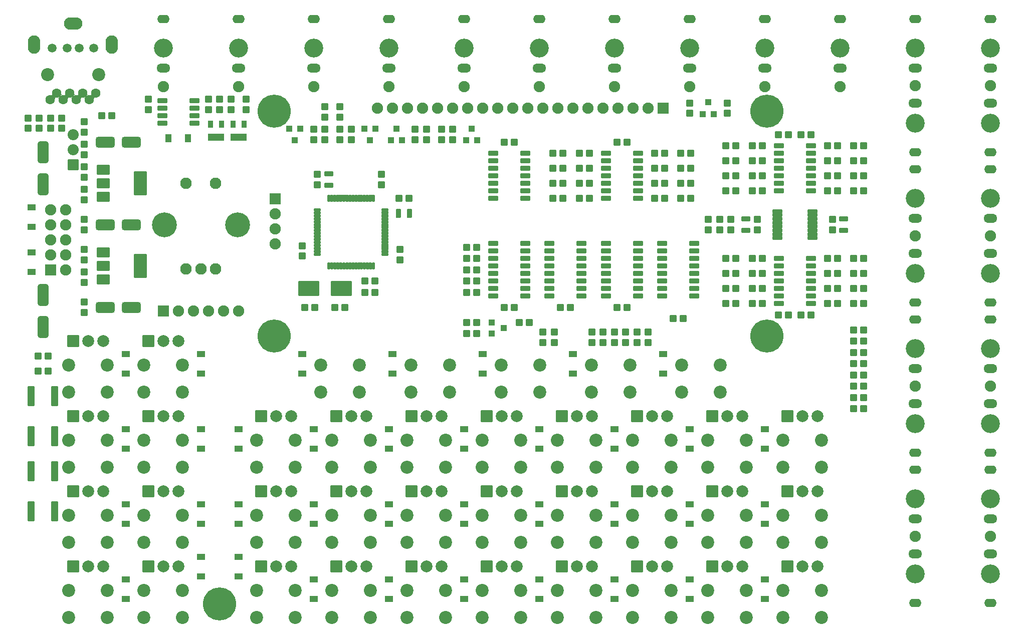
<source format=gts>
G04 #@! TF.GenerationSoftware,KiCad,Pcbnew,6.0.1-79c1e3a40b~116~ubuntu21.04.1*
G04 #@! TF.CreationDate,2023-10-19T20:46:09+02:00*
G04 #@! TF.ProjectId,sequencer,73657175-656e-4636-9572-2e6b69636164,1.1*
G04 #@! TF.SameCoordinates,Original*
G04 #@! TF.FileFunction,Soldermask,Top*
G04 #@! TF.FilePolarity,Negative*
%FSLAX46Y46*%
G04 Gerber Fmt 4.6, Leading zero omitted, Abs format (unit mm)*
G04 Created by KiCad (PCBNEW 6.0.1-79c1e3a40b~116~ubuntu21.04.1) date 2023-10-19 20:46:09*
%MOMM*%
%LPD*%
G01*
G04 APERTURE LIST*
G04 Aperture macros list*
%AMRoundRect*
0 Rectangle with rounded corners*
0 $1 Rounding radius*
0 $2 $3 $4 $5 $6 $7 $8 $9 X,Y pos of 4 corners*
0 Add a 4 corners polygon primitive as box body*
4,1,4,$2,$3,$4,$5,$6,$7,$8,$9,$2,$3,0*
0 Add four circle primitives for the rounded corners*
1,1,$1+$1,$2,$3*
1,1,$1+$1,$4,$5*
1,1,$1+$1,$6,$7*
1,1,$1+$1,$8,$9*
0 Add four rect primitives between the rounded corners*
20,1,$1+$1,$2,$3,$4,$5,0*
20,1,$1+$1,$4,$5,$6,$7,0*
20,1,$1+$1,$6,$7,$8,$9,0*
20,1,$1+$1,$8,$9,$2,$3,0*%
G04 Aperture macros list end*
%ADD10C,2.200000*%
%ADD11RoundRect,0.100000X0.600000X-0.450000X0.600000X0.450000X-0.600000X0.450000X-0.600000X-0.450000X0*%
%ADD12RoundRect,0.100000X-0.900000X-0.900000X0.900000X-0.900000X0.900000X0.900000X-0.900000X0.900000X0*%
%ADD13C,2.000000*%
%ADD14RoundRect,0.100000X-0.500000X-0.500000X0.500000X-0.500000X0.500000X0.500000X-0.500000X0.500000X0*%
%ADD15C,1.950000*%
%ADD16O,4.200000X4.200000*%
%ADD17RoundRect,0.100000X0.350000X0.650000X-0.350000X0.650000X-0.350000X-0.650000X0.350000X-0.650000X0*%
%ADD18RoundRect,0.100000X-0.650000X0.350000X-0.650000X-0.350000X0.650000X-0.350000X0.650000X0.350000X0*%
%ADD19RoundRect,0.100000X0.500000X0.500000X-0.500000X0.500000X-0.500000X-0.500000X0.500000X-0.500000X0*%
%ADD20RoundRect,0.100000X-0.500000X0.500000X-0.500000X-0.500000X0.500000X-0.500000X0.500000X0.500000X0*%
%ADD21RoundRect,0.100000X0.500000X-0.500000X0.500000X0.500000X-0.500000X0.500000X-0.500000X-0.500000X0*%
%ADD22C,5.600000*%
%ADD23RoundRect,0.100000X-0.850000X0.850000X-0.850000X-0.850000X0.850000X-0.850000X0.850000X0.850000X0*%
%ADD24O,1.900000X1.900000*%
%ADD25C,1.600000*%
%ADD26RoundRect,0.100000X0.450000X0.600000X-0.450000X0.600000X-0.450000X-0.600000X0.450000X-0.600000X0*%
%ADD27C,1.500000*%
%ADD28O,2.100000X3.100000*%
%ADD29O,3.100000X2.100000*%
%ADD30RoundRect,0.100000X-0.600000X0.450000X-0.600000X-0.450000X0.600000X-0.450000X0.600000X0.450000X0*%
%ADD31RoundRect,0.100000X0.650000X-0.350000X0.650000X0.350000X-0.650000X0.350000X-0.650000X-0.350000X0*%
%ADD32C,3.200000*%
%ADD33O,2.100000X1.400000*%
%ADD34O,2.300000X1.500000*%
%ADD35RoundRect,0.350000X-1.250000X-0.550000X1.250000X-0.550000X1.250000X0.550000X-1.250000X0.550000X0*%
%ADD36RoundRect,0.350000X0.550000X-1.500000X0.550000X1.500000X-0.550000X1.500000X-0.550000X-1.500000X0*%
%ADD37RoundRect,0.100000X0.400000X-0.450000X0.400000X0.450000X-0.400000X0.450000X-0.400000X-0.450000X0*%
%ADD38RoundRect,0.100000X-0.400000X0.450000X-0.400000X-0.450000X0.400000X-0.450000X0.400000X0.450000X0*%
%ADD39RoundRect,0.100000X-0.450000X-0.400000X0.450000X-0.400000X0.450000X0.400000X-0.450000X0.400000X0*%
%ADD40RoundRect,0.100000X0.500000X-1.600000X0.500000X1.600000X-0.500000X1.600000X-0.500000X-1.600000X0*%
%ADD41RoundRect,0.100000X-0.500000X1.600000X-0.500000X-1.600000X0.500000X-1.600000X0.500000X1.600000X0*%
%ADD42RoundRect,0.100000X-0.775000X-0.300000X0.775000X-0.300000X0.775000X0.300000X-0.775000X0.300000X0*%
%ADD43RoundRect,0.100000X0.325000X-0.530000X0.325000X0.530000X-0.325000X0.530000X-0.325000X-0.530000X0*%
%ADD44RoundRect,0.100000X0.750000X0.300000X-0.750000X0.300000X-0.750000X-0.300000X0.750000X-0.300000X0*%
%ADD45RoundRect,0.100000X-0.750000X-0.300000X0.750000X-0.300000X0.750000X0.300000X-0.750000X0.300000X0*%
%ADD46RoundRect,0.100000X-1.000000X-0.750000X1.000000X-0.750000X1.000000X0.750000X-1.000000X0.750000X0*%
%ADD47RoundRect,0.100000X-1.000000X-1.900000X1.000000X-1.900000X1.000000X1.900000X-1.000000X1.900000X0*%
%ADD48RoundRect,0.100000X-0.750000X-0.225000X0.750000X-0.225000X0.750000X0.225000X-0.750000X0.225000X0*%
%ADD49RoundRect,0.100000X0.125000X-0.500000X0.125000X0.500000X-0.125000X0.500000X-0.125000X-0.500000X0*%
%ADD50RoundRect,0.100000X0.500000X0.125000X-0.500000X0.125000X-0.500000X-0.125000X0.500000X-0.125000X0*%
%ADD51RoundRect,0.100000X1.662500X1.200000X-1.662500X1.200000X-1.662500X-1.200000X1.662500X-1.200000X0*%
%ADD52RoundRect,0.100000X0.838200X-0.838200X0.838200X0.838200X-0.838200X0.838200X-0.838200X-0.838200X0*%
%ADD53C,1.876400*%
%ADD54RoundRect,0.100000X-0.850000X-0.850000X0.850000X-0.850000X0.850000X0.850000X-0.850000X0.850000X0*%
%ADD55RoundRect,0.100000X0.850000X0.850000X-0.850000X0.850000X-0.850000X-0.850000X0.850000X-0.850000X0*%
G04 APERTURE END LIST*
D10*
X128195000Y-103850000D03*
X134695000Y-103850000D03*
X128195000Y-99350000D03*
X134695000Y-99350000D03*
X143435000Y-103850000D03*
X149935000Y-103850000D03*
X143435000Y-99350000D03*
X149935000Y-99350000D03*
X158675000Y-103850000D03*
X165175000Y-103850000D03*
X158675000Y-99350000D03*
X165175000Y-99350000D03*
X173915000Y-103850000D03*
X180415000Y-103850000D03*
X173915000Y-99350000D03*
X180415000Y-99350000D03*
X189155000Y-103850000D03*
X195655000Y-103850000D03*
X189155000Y-99350000D03*
X195655000Y-99350000D03*
X85650000Y-103850000D03*
X92150000Y-103850000D03*
X85650000Y-99350000D03*
X92150000Y-99350000D03*
X98350000Y-103850000D03*
X104850000Y-103850000D03*
X98350000Y-99350000D03*
X104850000Y-99350000D03*
X85650000Y-116550000D03*
X92150000Y-116550000D03*
X85650000Y-112050000D03*
X92150000Y-112050000D03*
X98350000Y-116550000D03*
X104850000Y-116550000D03*
X98350000Y-112050000D03*
X104850000Y-112050000D03*
X85650000Y-129250000D03*
X92150000Y-129250000D03*
X85650000Y-124750000D03*
X92150000Y-124750000D03*
X98350000Y-129250000D03*
X104850000Y-129250000D03*
X98350000Y-124750000D03*
X104850000Y-124750000D03*
X85650000Y-141950000D03*
X92150000Y-141950000D03*
X85650000Y-137450000D03*
X92150000Y-137450000D03*
X98350000Y-141950000D03*
X104850000Y-141950000D03*
X98350000Y-137450000D03*
X104850000Y-137450000D03*
X117400000Y-116550000D03*
X123900000Y-116550000D03*
X117400000Y-112050000D03*
X123900000Y-112050000D03*
X130100000Y-116550000D03*
X136600000Y-116550000D03*
X130100000Y-112050000D03*
X136600000Y-112050000D03*
X142800000Y-116550000D03*
X149300000Y-116550000D03*
X142800000Y-112050000D03*
X149300000Y-112050000D03*
X155500000Y-116550000D03*
X162000000Y-116550000D03*
X155500000Y-112050000D03*
X162000000Y-112050000D03*
X168200000Y-116550000D03*
X174700000Y-116550000D03*
X168200000Y-112050000D03*
X174700000Y-112050000D03*
X180900000Y-116550000D03*
X187400000Y-116550000D03*
X180900000Y-112050000D03*
X187400000Y-112050000D03*
X193600000Y-116550000D03*
X200100000Y-116550000D03*
X193600000Y-112050000D03*
X200100000Y-112050000D03*
X206300000Y-116550000D03*
X212800000Y-116550000D03*
X206300000Y-112050000D03*
X212800000Y-112050000D03*
X117400000Y-129250000D03*
X123900000Y-129250000D03*
X117400000Y-124750000D03*
X123900000Y-124750000D03*
X130100000Y-129250000D03*
X136600000Y-129250000D03*
X130100000Y-124750000D03*
X136600000Y-124750000D03*
X142800000Y-129250000D03*
X149300000Y-129250000D03*
X142800000Y-124750000D03*
X149300000Y-124750000D03*
X155500000Y-129250000D03*
X162000000Y-129250000D03*
X155500000Y-124750000D03*
X162000000Y-124750000D03*
X168200000Y-129250000D03*
X174700000Y-129250000D03*
X168200000Y-124750000D03*
X174700000Y-124750000D03*
X180900000Y-129250000D03*
X187400000Y-129250000D03*
X180900000Y-124750000D03*
X187400000Y-124750000D03*
X193600000Y-129250000D03*
X200100000Y-129250000D03*
X193600000Y-124750000D03*
X200100000Y-124750000D03*
X206300000Y-129250000D03*
X212800000Y-129250000D03*
X206300000Y-124750000D03*
X212800000Y-124750000D03*
X117400000Y-141950000D03*
X123900000Y-141950000D03*
X117400000Y-137450000D03*
X123900000Y-137450000D03*
X130100000Y-141950000D03*
X136600000Y-141950000D03*
X130100000Y-137450000D03*
X136600000Y-137450000D03*
X142800000Y-141950000D03*
X149300000Y-141950000D03*
X142800000Y-137450000D03*
X149300000Y-137450000D03*
X155500000Y-141950000D03*
X162000000Y-141950000D03*
X155500000Y-137450000D03*
X162000000Y-137450000D03*
X168200000Y-141950000D03*
X174700000Y-141950000D03*
X168200000Y-137450000D03*
X174700000Y-137450000D03*
X180900000Y-141950000D03*
X187400000Y-141950000D03*
X180900000Y-137450000D03*
X187400000Y-137450000D03*
X193600000Y-141950000D03*
X200100000Y-141950000D03*
X193600000Y-137450000D03*
X200100000Y-137450000D03*
X206300000Y-141950000D03*
X212800000Y-141950000D03*
X206300000Y-137450000D03*
X212800000Y-137450000D03*
D11*
X125095000Y-100710000D03*
X125095000Y-97410000D03*
X140335000Y-100710000D03*
X140335000Y-97410000D03*
X155575000Y-100710000D03*
X155575000Y-97410000D03*
X170815000Y-100710000D03*
X170815000Y-97410000D03*
X186055000Y-100710000D03*
X186055000Y-97410000D03*
X95250000Y-100710000D03*
X95250000Y-97410000D03*
X107950000Y-100710000D03*
X107950000Y-97410000D03*
X95250000Y-113410000D03*
X95250000Y-110110000D03*
X107950000Y-113410000D03*
X107950000Y-110110000D03*
X95250000Y-126110000D03*
X95250000Y-122810000D03*
X107950000Y-126110000D03*
X107950000Y-122810000D03*
X95250000Y-138810000D03*
X95250000Y-135510000D03*
X107950000Y-135000000D03*
X107950000Y-131700000D03*
X114300000Y-113410000D03*
X114300000Y-110110000D03*
X127000000Y-113410000D03*
X127000000Y-110110000D03*
X139700000Y-113410000D03*
X139700000Y-110110000D03*
X152400000Y-113410000D03*
X152400000Y-110110000D03*
X165100000Y-113410000D03*
X165100000Y-110110000D03*
X177800000Y-113410000D03*
X177800000Y-110110000D03*
X190500000Y-113410000D03*
X190500000Y-110110000D03*
X203200000Y-113410000D03*
X203200000Y-110110000D03*
X114300000Y-126110000D03*
X114300000Y-122810000D03*
X127000000Y-126110000D03*
X127000000Y-122810000D03*
X139700000Y-126110000D03*
X139700000Y-122810000D03*
X152400000Y-126110000D03*
X152400000Y-122810000D03*
X165100000Y-126110000D03*
X165100000Y-122810000D03*
X177800000Y-126110000D03*
X177800000Y-122810000D03*
X190500000Y-126110000D03*
X190500000Y-122810000D03*
X203200000Y-126110000D03*
X203200000Y-122810000D03*
X114300000Y-135000000D03*
X114300000Y-131700000D03*
X127000000Y-138810000D03*
X127000000Y-135510000D03*
X139700000Y-138810000D03*
X139700000Y-135510000D03*
X152400000Y-138810000D03*
X152400000Y-135510000D03*
X165100000Y-138810000D03*
X165100000Y-135510000D03*
X177800000Y-138810000D03*
X177800000Y-135510000D03*
X190500000Y-138810000D03*
X190500000Y-135510000D03*
X203200000Y-138810000D03*
X203200000Y-135510000D03*
D12*
X86360000Y-95250000D03*
D13*
X88900000Y-95250000D03*
X91440000Y-95250000D03*
D12*
X99060000Y-95250000D03*
D13*
X101600000Y-95250000D03*
X104140000Y-95250000D03*
D12*
X86360000Y-107950000D03*
D13*
X88900000Y-107950000D03*
X91440000Y-107950000D03*
D12*
X99060000Y-107950000D03*
D13*
X101600000Y-107950000D03*
X104140000Y-107950000D03*
D12*
X86360000Y-120650000D03*
D13*
X88900000Y-120650000D03*
X91440000Y-120650000D03*
D12*
X99060000Y-120650000D03*
D13*
X101600000Y-120650000D03*
X104140000Y-120650000D03*
D12*
X86360000Y-133350000D03*
D13*
X88900000Y-133350000D03*
X91440000Y-133350000D03*
D12*
X99060000Y-133350000D03*
D13*
X101600000Y-133350000D03*
X104140000Y-133350000D03*
D12*
X118110000Y-107950000D03*
D13*
X120650000Y-107950000D03*
X123190000Y-107950000D03*
D12*
X130810000Y-107950000D03*
D13*
X133350000Y-107950000D03*
X135890000Y-107950000D03*
D12*
X143510000Y-107950000D03*
D13*
X146050000Y-107950000D03*
X148590000Y-107950000D03*
D12*
X156210000Y-107950000D03*
D13*
X158750000Y-107950000D03*
X161290000Y-107950000D03*
D12*
X168910000Y-107950000D03*
D13*
X171450000Y-107950000D03*
X173990000Y-107950000D03*
D12*
X181610000Y-107950000D03*
D13*
X184150000Y-107950000D03*
X186690000Y-107950000D03*
D12*
X194310000Y-107950000D03*
D13*
X196850000Y-107950000D03*
X199390000Y-107950000D03*
D12*
X207010000Y-107950000D03*
D13*
X209550000Y-107950000D03*
X212090000Y-107950000D03*
D12*
X118110000Y-120650000D03*
D13*
X120650000Y-120650000D03*
X123190000Y-120650000D03*
D12*
X130810000Y-120650000D03*
D13*
X133350000Y-120650000D03*
X135890000Y-120650000D03*
D12*
X143510000Y-120650000D03*
D13*
X146050000Y-120650000D03*
X148590000Y-120650000D03*
D12*
X156210000Y-120650000D03*
D13*
X158750000Y-120650000D03*
X161290000Y-120650000D03*
D12*
X168910000Y-120650000D03*
D13*
X171450000Y-120650000D03*
X173990000Y-120650000D03*
D12*
X181610000Y-120650000D03*
D13*
X184150000Y-120650000D03*
X186690000Y-120650000D03*
D12*
X194310000Y-120650000D03*
D13*
X196850000Y-120650000D03*
X199390000Y-120650000D03*
D12*
X207010000Y-120650000D03*
D13*
X209550000Y-120650000D03*
X212090000Y-120650000D03*
D12*
X118110000Y-133350000D03*
D13*
X120650000Y-133350000D03*
X123190000Y-133350000D03*
D12*
X130810000Y-133350000D03*
D13*
X133350000Y-133350000D03*
X135890000Y-133350000D03*
D12*
X143510000Y-133350000D03*
D13*
X146050000Y-133350000D03*
X148590000Y-133350000D03*
D12*
X156210000Y-133350000D03*
D13*
X158750000Y-133350000D03*
X161290000Y-133350000D03*
D12*
X168910000Y-133350000D03*
D13*
X171450000Y-133350000D03*
X173990000Y-133350000D03*
D12*
X181610000Y-133350000D03*
D13*
X184150000Y-133350000D03*
X186690000Y-133350000D03*
D12*
X194310000Y-133350000D03*
D13*
X196850000Y-133350000D03*
X199390000Y-133350000D03*
D12*
X207010000Y-133350000D03*
D13*
X209550000Y-133350000D03*
X212090000Y-133350000D03*
D14*
X159170000Y-61595000D03*
X160870000Y-61595000D03*
X159170000Y-89535000D03*
X160870000Y-89535000D03*
X168695000Y-89535000D03*
X170395000Y-89535000D03*
X178220000Y-89535000D03*
X179920000Y-89535000D03*
X187745000Y-91440000D03*
X189445000Y-91440000D03*
D15*
X105450000Y-83065000D03*
X110450000Y-83065000D03*
X107950000Y-83065000D03*
X105450000Y-68565000D03*
X110450000Y-68565000D03*
D16*
X114150000Y-75565000D03*
X101750000Y-75565000D03*
D17*
X143190000Y-73660000D03*
X141290000Y-73660000D03*
D18*
X129540000Y-66995000D03*
X129540000Y-68895000D03*
D19*
X127215000Y-89535000D03*
X125515000Y-89535000D03*
D14*
X130595000Y-89535000D03*
X132295000Y-89535000D03*
D19*
X219925000Y-93345000D03*
X218225000Y-93345000D03*
X219925000Y-95250000D03*
X218225000Y-95250000D03*
X219925000Y-97155000D03*
X218225000Y-97155000D03*
X219925000Y-99060000D03*
X218225000Y-99060000D03*
X219925000Y-100965000D03*
X218225000Y-100965000D03*
X219925000Y-102870000D03*
X218225000Y-102870000D03*
X219925000Y-104775000D03*
X218225000Y-104775000D03*
X219925000Y-106680000D03*
X218225000Y-106680000D03*
D20*
X128905000Y-55665000D03*
X128905000Y-57365000D03*
D21*
X144145000Y-61175000D03*
X144145000Y-59475000D03*
X127000000Y-61175000D03*
X127000000Y-59475000D03*
D20*
X146050000Y-59475000D03*
X146050000Y-61175000D03*
X131445000Y-55665000D03*
X131445000Y-57365000D03*
D21*
X150495000Y-61175000D03*
X150495000Y-59475000D03*
X133350000Y-61175000D03*
X133350000Y-59475000D03*
D20*
X148590000Y-59475000D03*
X148590000Y-61175000D03*
D22*
X203525000Y-56380000D03*
X120325000Y-56380000D03*
X120325000Y-94380000D03*
X203525000Y-94380000D03*
D23*
X186055000Y-55880000D03*
D24*
X183515000Y-55880000D03*
X180975000Y-55880000D03*
X178435000Y-55880000D03*
X175895000Y-55880000D03*
X173355000Y-55880000D03*
X170815000Y-55880000D03*
X168275000Y-55880000D03*
X165735000Y-55880000D03*
X163195000Y-55880000D03*
X160655000Y-55880000D03*
X158115000Y-55880000D03*
X155575000Y-55880000D03*
X153035000Y-55880000D03*
X150495000Y-55880000D03*
X147955000Y-55880000D03*
X145415000Y-55880000D03*
X142875000Y-55880000D03*
X140335000Y-55880000D03*
X137795000Y-55880000D03*
D25*
X90210000Y-53340000D03*
X89110000Y-54440000D03*
X88010000Y-53340000D03*
X86910000Y-54440000D03*
X85810000Y-53340000D03*
X84710000Y-54440000D03*
X83610000Y-53340000D03*
X82510000Y-54440000D03*
D10*
X82060000Y-50170000D03*
X90660000Y-50170000D03*
D14*
X80430000Y-100330000D03*
X82130000Y-100330000D03*
D19*
X82130000Y-97790000D03*
X80430000Y-97790000D03*
D14*
X184570000Y-71120000D03*
X186270000Y-71120000D03*
X184570000Y-63500000D03*
X186270000Y-63500000D03*
D19*
X173570000Y-63500000D03*
X171870000Y-63500000D03*
X173570000Y-71120000D03*
X171870000Y-71120000D03*
D14*
X178220000Y-61595000D03*
X179920000Y-61595000D03*
X184570000Y-68580000D03*
X186270000Y-68580000D03*
X184570000Y-66040000D03*
X186270000Y-66040000D03*
X189015000Y-68580000D03*
X190715000Y-68580000D03*
X189015000Y-66040000D03*
X190715000Y-66040000D03*
X189015000Y-71120000D03*
X190715000Y-71120000D03*
X189015000Y-63500000D03*
X190715000Y-63500000D03*
D19*
X173570000Y-66040000D03*
X171870000Y-66040000D03*
X173570000Y-68580000D03*
X171870000Y-68580000D03*
X169125000Y-66040000D03*
X167425000Y-66040000D03*
X169125000Y-68580000D03*
X167425000Y-68580000D03*
X169125000Y-63500000D03*
X167425000Y-63500000D03*
X169125000Y-71120000D03*
X167425000Y-71120000D03*
D26*
X105790000Y-60960000D03*
X102490000Y-60960000D03*
D20*
X109220000Y-54395000D03*
X109220000Y-56095000D03*
D21*
X99060000Y-56095000D03*
X99060000Y-54395000D03*
X113030000Y-56095000D03*
X113030000Y-54395000D03*
X111125000Y-56095000D03*
X111125000Y-54395000D03*
D27*
X82860000Y-45720000D03*
X85360000Y-45720000D03*
X87360000Y-45720000D03*
X89860000Y-45720000D03*
D28*
X79790000Y-45120000D03*
D29*
X86360000Y-41540000D03*
D28*
X92930000Y-45120000D03*
D21*
X88265000Y-71335000D03*
X88265000Y-69635000D03*
X88265000Y-67525000D03*
X88265000Y-65825000D03*
X88265000Y-85305000D03*
X88265000Y-83605000D03*
X88265000Y-81495000D03*
X88265000Y-79795000D03*
X190500000Y-56730000D03*
X190500000Y-55030000D03*
X88265000Y-63715000D03*
X88265000Y-62015000D03*
X88265000Y-59905000D03*
X88265000Y-58205000D03*
D30*
X79375000Y-72645000D03*
X79375000Y-75945000D03*
D20*
X88265000Y-74715000D03*
X88265000Y-76415000D03*
X88265000Y-88685000D03*
X88265000Y-90385000D03*
X196850000Y-55030000D03*
X196850000Y-56730000D03*
D21*
X115570000Y-56095000D03*
X115570000Y-54395000D03*
D30*
X79375000Y-80265000D03*
X79375000Y-83565000D03*
D19*
X215480000Y-62230000D03*
X213780000Y-62230000D03*
D21*
X125095000Y-80860000D03*
X125095000Y-79160000D03*
D20*
X141605000Y-79795000D03*
X141605000Y-81495000D03*
D14*
X141390000Y-71120000D03*
X143090000Y-71120000D03*
D21*
X127635000Y-68795000D03*
X127635000Y-67095000D03*
D19*
X137375000Y-86995000D03*
X135675000Y-86995000D03*
X137375000Y-85090000D03*
X135675000Y-85090000D03*
D14*
X218225000Y-67310000D03*
X219925000Y-67310000D03*
X218225000Y-64770000D03*
X219925000Y-64770000D03*
D19*
X198335000Y-64770000D03*
X196635000Y-64770000D03*
X198335000Y-67310000D03*
X196635000Y-67310000D03*
D14*
X218225000Y-86360000D03*
X219925000Y-86360000D03*
X218225000Y-83820000D03*
X219925000Y-83820000D03*
D19*
X198335000Y-83820000D03*
X196635000Y-83820000D03*
X198335000Y-86360000D03*
X196635000Y-86360000D03*
D14*
X209335000Y-60325000D03*
X211035000Y-60325000D03*
X209335000Y-90805000D03*
X211035000Y-90805000D03*
X205525000Y-60325000D03*
X207225000Y-60325000D03*
X205525000Y-90805000D03*
X207225000Y-90805000D03*
D19*
X215480000Y-69850000D03*
X213780000Y-69850000D03*
D14*
X201080000Y-62230000D03*
X202780000Y-62230000D03*
X201080000Y-69850000D03*
X202780000Y-69850000D03*
D19*
X219925000Y-69850000D03*
X218225000Y-69850000D03*
X215480000Y-67310000D03*
X213780000Y-67310000D03*
X219925000Y-62230000D03*
X218225000Y-62230000D03*
X215480000Y-64770000D03*
X213780000Y-64770000D03*
D14*
X196635000Y-62230000D03*
X198335000Y-62230000D03*
X201080000Y-64770000D03*
X202780000Y-64770000D03*
X196635000Y-69850000D03*
X198335000Y-69850000D03*
X201080000Y-67310000D03*
X202780000Y-67310000D03*
D19*
X215499434Y-88900000D03*
X213799434Y-88900000D03*
X215499434Y-81280000D03*
X213799434Y-81280000D03*
D14*
X201080000Y-81280000D03*
X202780000Y-81280000D03*
X201080000Y-88900000D03*
X202780000Y-88900000D03*
D19*
X219925000Y-88900000D03*
X218225000Y-88900000D03*
X215480000Y-86360000D03*
X213780000Y-86360000D03*
X219925000Y-81280000D03*
X218225000Y-81280000D03*
X215480000Y-83820000D03*
X213780000Y-83820000D03*
D14*
X196635000Y-81280000D03*
X198335000Y-81280000D03*
X201099434Y-83820000D03*
X202799434Y-83820000D03*
X196635000Y-88900000D03*
X198335000Y-88900000D03*
X201080000Y-86360000D03*
X202780000Y-86360000D03*
X152820000Y-81280000D03*
X154520000Y-81280000D03*
X152820000Y-83185000D03*
X154520000Y-83185000D03*
X152820000Y-85090000D03*
X154520000Y-85090000D03*
X152820000Y-86995000D03*
X154520000Y-86995000D03*
X152820000Y-79375000D03*
X154520000Y-79375000D03*
D21*
X183515000Y-95465000D03*
X183515000Y-93765000D03*
X181610000Y-95465000D03*
X181610000Y-93765000D03*
X179705000Y-95465000D03*
X179705000Y-93765000D03*
X177800000Y-95465000D03*
X177800000Y-93765000D03*
X175895000Y-95465000D03*
X175895000Y-93765000D03*
X173990000Y-95465000D03*
X173990000Y-93765000D03*
X167640000Y-95465000D03*
X167640000Y-93765000D03*
X165735000Y-95465000D03*
X165735000Y-93765000D03*
D31*
X200025000Y-76515000D03*
X200025000Y-74615000D03*
D21*
X201930000Y-76415000D03*
X201930000Y-74715000D03*
X214630000Y-76415000D03*
X214630000Y-74715000D03*
D31*
X216535000Y-76515000D03*
X216535000Y-74615000D03*
D20*
X197485000Y-74715000D03*
X197485000Y-76415000D03*
D21*
X195580000Y-76415000D03*
X195580000Y-74715000D03*
D20*
X193675000Y-74715000D03*
X193675000Y-76415000D03*
D32*
X127000000Y-45720000D03*
D24*
X127000000Y-52220000D03*
D33*
X127000000Y-40820000D03*
D34*
X127000000Y-49120000D03*
D32*
X152400000Y-45720000D03*
D24*
X152400000Y-52220000D03*
D33*
X152400000Y-40820000D03*
D34*
X152400000Y-49120000D03*
D32*
X241300000Y-45720000D03*
D24*
X241300000Y-52070000D03*
D33*
X241300000Y-40820000D03*
D34*
X241300000Y-49120000D03*
D32*
X241300000Y-58420000D03*
D24*
X241300000Y-52070000D03*
D33*
X241300000Y-63320000D03*
D34*
X241300000Y-55020000D03*
D32*
X241300000Y-71120000D03*
D24*
X241300000Y-77470000D03*
D33*
X241300000Y-66220000D03*
D34*
X241300000Y-74520000D03*
D32*
X241300000Y-83820000D03*
D24*
X241300000Y-77470000D03*
D33*
X241300000Y-88720000D03*
D34*
X241300000Y-80420000D03*
D32*
X241300000Y-96520000D03*
D24*
X241300000Y-102870000D03*
D33*
X241300000Y-91620000D03*
D34*
X241300000Y-99920000D03*
D32*
X241300000Y-109220000D03*
D24*
X241300000Y-102870000D03*
D33*
X241300000Y-114120000D03*
D34*
X241300000Y-105820000D03*
D32*
X241300000Y-121920000D03*
D24*
X241300000Y-128270000D03*
D33*
X241300000Y-117020000D03*
D34*
X241300000Y-125320000D03*
D32*
X241300000Y-134620000D03*
D24*
X241300000Y-128270000D03*
D33*
X241300000Y-139520000D03*
D34*
X241300000Y-131220000D03*
D32*
X177800000Y-45720000D03*
D24*
X177800000Y-52220000D03*
D33*
X177800000Y-40820000D03*
D34*
X177800000Y-49120000D03*
D32*
X190500000Y-45720000D03*
D24*
X190500000Y-52220000D03*
D33*
X190500000Y-40820000D03*
D34*
X190500000Y-49120000D03*
D32*
X203200000Y-45720000D03*
D24*
X203200000Y-52220000D03*
D33*
X203200000Y-40820000D03*
D34*
X203200000Y-49120000D03*
D32*
X215900000Y-45720000D03*
D24*
X215900000Y-52220000D03*
D33*
X215900000Y-40820000D03*
D34*
X215900000Y-49120000D03*
D32*
X228600000Y-45720000D03*
D24*
X228600000Y-52070000D03*
D33*
X228600000Y-40820000D03*
D34*
X228600000Y-49120000D03*
D32*
X228600000Y-58420000D03*
D24*
X228600000Y-52070000D03*
D33*
X228600000Y-63320000D03*
D34*
X228600000Y-55020000D03*
D32*
X228600000Y-71120000D03*
D24*
X228600000Y-77470000D03*
D33*
X228600000Y-66220000D03*
D34*
X228600000Y-74520000D03*
D32*
X228600000Y-83820000D03*
D24*
X228600000Y-77470000D03*
D33*
X228600000Y-88720000D03*
D34*
X228600000Y-80420000D03*
D32*
X228600000Y-96520000D03*
D24*
X228600000Y-102870000D03*
D33*
X228600000Y-91620000D03*
D34*
X228600000Y-99920000D03*
D32*
X228600000Y-109220000D03*
D24*
X228600000Y-102870000D03*
D33*
X228600000Y-114120000D03*
D34*
X228600000Y-105820000D03*
D32*
X228600000Y-121920000D03*
D24*
X228600000Y-128270000D03*
D33*
X228600000Y-117020000D03*
D34*
X228600000Y-125320000D03*
D32*
X228600000Y-134620000D03*
D24*
X228600000Y-128270000D03*
D33*
X228600000Y-139520000D03*
D34*
X228600000Y-131220000D03*
D32*
X101600000Y-45720000D03*
D34*
X101600000Y-49120000D03*
D24*
X101600000Y-52220000D03*
D33*
X101600000Y-40820000D03*
D32*
X114300000Y-45720000D03*
D34*
X114300000Y-49120000D03*
D24*
X114300000Y-52220000D03*
D33*
X114300000Y-40820000D03*
D32*
X139700000Y-45720000D03*
D24*
X139700000Y-52220000D03*
D33*
X139700000Y-40820000D03*
D34*
X139700000Y-49120000D03*
D32*
X165100000Y-45720000D03*
D24*
X165100000Y-52220000D03*
D33*
X165100000Y-40820000D03*
D34*
X165100000Y-49120000D03*
D22*
X111125000Y-139700000D03*
D20*
X78740000Y-57570000D03*
X78740000Y-59270000D03*
X80645000Y-57570000D03*
X80645000Y-59270000D03*
X82550000Y-57570000D03*
X82550000Y-59270000D03*
X84455000Y-57570000D03*
X84455000Y-59270000D03*
D19*
X163410000Y-92075000D03*
X161710000Y-92075000D03*
X92925000Y-57150000D03*
X91225000Y-57150000D03*
X154520000Y-92075000D03*
X152820000Y-92075000D03*
X154520000Y-93980000D03*
X152820000Y-93980000D03*
D21*
X138430000Y-68795000D03*
X138430000Y-67095000D03*
X128905000Y-61175000D03*
X128905000Y-59475000D03*
X131445000Y-61175000D03*
X131445000Y-59475000D03*
D35*
X91780000Y-61595000D03*
X96180000Y-61595000D03*
D36*
X81280000Y-68740000D03*
X81280000Y-63340000D03*
D35*
X91780000Y-75565000D03*
X96180000Y-75565000D03*
X91780000Y-89535000D03*
X96180000Y-89535000D03*
D36*
X81280000Y-92870000D03*
X81280000Y-87470000D03*
D37*
X192725000Y-56880000D03*
X194625000Y-56880000D03*
X193675000Y-54880000D03*
D38*
X124775000Y-59325000D03*
X122875000Y-59325000D03*
X123825000Y-61325000D03*
X137475000Y-59325000D03*
X135575000Y-59325000D03*
X136525000Y-61325000D03*
D37*
X140020000Y-61325000D03*
X141920000Y-61325000D03*
X140970000Y-59325000D03*
X152720000Y-61325000D03*
X154620000Y-61325000D03*
X153670000Y-59325000D03*
D39*
X157115000Y-92075000D03*
X157115000Y-93975000D03*
X159115000Y-93025000D03*
D40*
X79280000Y-111350000D03*
X79280000Y-104550000D03*
X83280000Y-111350000D03*
X83280000Y-104550000D03*
D41*
X83280000Y-124050000D03*
X83280000Y-117250000D03*
X79280000Y-124050000D03*
X79280000Y-117250000D03*
D42*
X101440000Y-54610000D03*
X101440000Y-55880000D03*
X101440000Y-57150000D03*
X101440000Y-58420000D03*
X106840000Y-58420000D03*
X106840000Y-57150000D03*
X106840000Y-55880000D03*
X106840000Y-54610000D03*
D43*
X109540000Y-60790000D03*
X110490000Y-60790000D03*
X111440000Y-60790000D03*
X111440000Y-58590000D03*
X109540000Y-58590000D03*
X113350000Y-60790000D03*
X114300000Y-60790000D03*
X115250000Y-60790000D03*
X115250000Y-58590000D03*
X113350000Y-58590000D03*
D44*
X210980000Y-69850000D03*
X210980000Y-68580000D03*
X210980000Y-67310000D03*
X210980000Y-66040000D03*
X210980000Y-64770000D03*
X210980000Y-63500000D03*
X210980000Y-62230000D03*
X205580000Y-62230000D03*
X205580000Y-63500000D03*
X205580000Y-64770000D03*
X205580000Y-66040000D03*
X205580000Y-67310000D03*
X205580000Y-68580000D03*
X205580000Y-69850000D03*
D45*
X157320000Y-63500000D03*
X157320000Y-64770000D03*
X157320000Y-66040000D03*
X157320000Y-67310000D03*
X157320000Y-68580000D03*
X157320000Y-69850000D03*
X157320000Y-71120000D03*
X162720000Y-71120000D03*
X162720000Y-69850000D03*
X162720000Y-68580000D03*
X162720000Y-67310000D03*
X162720000Y-66040000D03*
X162720000Y-64770000D03*
X162720000Y-63500000D03*
D44*
X181770000Y-71120000D03*
X181770000Y-69850000D03*
X181770000Y-68580000D03*
X181770000Y-67310000D03*
X181770000Y-66040000D03*
X181770000Y-64770000D03*
X181770000Y-63500000D03*
X176370000Y-63500000D03*
X176370000Y-64770000D03*
X176370000Y-66040000D03*
X176370000Y-67310000D03*
X176370000Y-68580000D03*
X176370000Y-69850000D03*
X176370000Y-71120000D03*
D46*
X91465000Y-66280000D03*
X91465000Y-68580000D03*
D47*
X97765000Y-68580000D03*
D46*
X91465000Y-70880000D03*
D48*
X205330000Y-73290000D03*
X205330000Y-73940000D03*
X205330000Y-74590000D03*
X205330000Y-75240000D03*
X205330000Y-75890000D03*
X205330000Y-76540000D03*
X205330000Y-77190000D03*
X205330000Y-77840000D03*
X211230000Y-77840000D03*
X211230000Y-77190000D03*
X211230000Y-76540000D03*
X211230000Y-75890000D03*
X211230000Y-75240000D03*
X211230000Y-74590000D03*
X211230000Y-73940000D03*
X211230000Y-73290000D03*
D49*
X129600000Y-82520000D03*
X130100000Y-82520000D03*
X130600000Y-82520000D03*
X131100000Y-82520000D03*
X131600000Y-82520000D03*
X132100000Y-82520000D03*
X132600000Y-82520000D03*
X133100000Y-82520000D03*
X133600000Y-82520000D03*
X134100000Y-82520000D03*
X134600000Y-82520000D03*
X135100000Y-82520000D03*
X135600000Y-82520000D03*
X136100000Y-82520000D03*
X136600000Y-82520000D03*
X137100000Y-82520000D03*
D50*
X139050000Y-80570000D03*
X139050000Y-80070000D03*
X139050000Y-79570000D03*
X139050000Y-79070000D03*
X139050000Y-78570000D03*
X139050000Y-78070000D03*
X139050000Y-77570000D03*
X139050000Y-77070000D03*
X139050000Y-76570000D03*
X139050000Y-76070000D03*
X139050000Y-75570000D03*
X139050000Y-75070000D03*
X139050000Y-74570000D03*
X139050000Y-74070000D03*
X139050000Y-73570000D03*
X139050000Y-73070000D03*
D49*
X137100000Y-71120000D03*
X136600000Y-71120000D03*
X136100000Y-71120000D03*
X135600000Y-71120000D03*
X135100000Y-71120000D03*
X134600000Y-71120000D03*
X134100000Y-71120000D03*
X133600000Y-71120000D03*
X133100000Y-71120000D03*
X132600000Y-71120000D03*
X132100000Y-71120000D03*
X131600000Y-71120000D03*
X131100000Y-71120000D03*
X130600000Y-71120000D03*
X130100000Y-71120000D03*
X129600000Y-71120000D03*
D50*
X127650000Y-73070000D03*
X127650000Y-73570000D03*
X127650000Y-74070000D03*
X127650000Y-74570000D03*
X127650000Y-75070000D03*
X127650000Y-75570000D03*
X127650000Y-76070000D03*
X127650000Y-76570000D03*
X127650000Y-77070000D03*
X127650000Y-77570000D03*
X127650000Y-78070000D03*
X127650000Y-78570000D03*
X127650000Y-79070000D03*
X127650000Y-79570000D03*
X127650000Y-80070000D03*
X127650000Y-80570000D03*
D46*
X91465000Y-80250000D03*
D47*
X97765000Y-82550000D03*
D46*
X91465000Y-82550000D03*
X91465000Y-84850000D03*
D44*
X162720000Y-87630000D03*
X162720000Y-86360000D03*
X162720000Y-85090000D03*
X162720000Y-83820000D03*
X162720000Y-82550000D03*
X162720000Y-81280000D03*
X162720000Y-80010000D03*
X162720000Y-78740000D03*
X157320000Y-78740000D03*
X157320000Y-80010000D03*
X157320000Y-81280000D03*
X157320000Y-82550000D03*
X157320000Y-83820000D03*
X157320000Y-85090000D03*
X157320000Y-86360000D03*
X157320000Y-87630000D03*
X172245000Y-87630000D03*
X172245000Y-86360000D03*
X172245000Y-85090000D03*
X172245000Y-83820000D03*
X172245000Y-82550000D03*
X172245000Y-81280000D03*
X172245000Y-80010000D03*
X172245000Y-78740000D03*
X166845000Y-78740000D03*
X166845000Y-80010000D03*
X166845000Y-81280000D03*
X166845000Y-82550000D03*
X166845000Y-83820000D03*
X166845000Y-85090000D03*
X166845000Y-86360000D03*
X166845000Y-87630000D03*
X181770000Y-87630000D03*
X181770000Y-86360000D03*
X181770000Y-85090000D03*
X181770000Y-83820000D03*
X181770000Y-82550000D03*
X181770000Y-81280000D03*
X181770000Y-80010000D03*
X181770000Y-78740000D03*
X176370000Y-78740000D03*
X176370000Y-80010000D03*
X176370000Y-81280000D03*
X176370000Y-82550000D03*
X176370000Y-83820000D03*
X176370000Y-85090000D03*
X176370000Y-86360000D03*
X176370000Y-87630000D03*
X191295000Y-87630000D03*
X191295000Y-86360000D03*
X191295000Y-85090000D03*
X191295000Y-83820000D03*
X191295000Y-82550000D03*
X191295000Y-81280000D03*
X191295000Y-80010000D03*
X191295000Y-78740000D03*
X185895000Y-78740000D03*
X185895000Y-80010000D03*
X185895000Y-81280000D03*
X185895000Y-82550000D03*
X185895000Y-83820000D03*
X185895000Y-85090000D03*
X185895000Y-86360000D03*
X185895000Y-87630000D03*
X210999434Y-88900000D03*
X210999434Y-87630000D03*
X210999434Y-86360000D03*
X210999434Y-85090000D03*
X210999434Y-83820000D03*
X210999434Y-82550000D03*
X210999434Y-81280000D03*
X205599434Y-81280000D03*
X205599434Y-82550000D03*
X205599434Y-83820000D03*
X205599434Y-85090000D03*
X205599434Y-86360000D03*
X205599434Y-87630000D03*
X205599434Y-88900000D03*
D51*
X131667500Y-86360000D03*
X126142500Y-86360000D03*
D52*
X86360000Y-65405000D03*
D53*
X86360000Y-62865000D03*
X86360000Y-60325000D03*
D54*
X82550000Y-83185000D03*
D24*
X85090000Y-83185000D03*
X82550000Y-80645000D03*
X85090000Y-80645000D03*
X82550000Y-78105000D03*
X85090000Y-78105000D03*
X82550000Y-75565000D03*
X85090000Y-75565000D03*
X82550000Y-73025000D03*
X85090000Y-73025000D03*
D23*
X101600000Y-90170000D03*
D24*
X104140000Y-90170000D03*
X106680000Y-90170000D03*
X109220000Y-90170000D03*
X111760000Y-90170000D03*
X114300000Y-90170000D03*
D55*
X120500000Y-71170000D03*
D24*
X120500000Y-73710000D03*
X120500000Y-76250000D03*
X120500000Y-78790000D03*
G36*
X132413112Y-81942869D02*
G01*
X132413676Y-81944788D01*
X132412843Y-81945979D01*
X132405731Y-81950731D01*
X132384497Y-81982511D01*
X132377000Y-82020199D01*
X132377000Y-83019801D01*
X132384497Y-83057489D01*
X132405731Y-83089269D01*
X132412420Y-83093738D01*
X132413305Y-83095532D01*
X132412194Y-83097195D01*
X132410711Y-83097310D01*
X132352211Y-83078993D01*
X132288831Y-83097603D01*
X132286888Y-83097131D01*
X132286324Y-83095212D01*
X132287157Y-83094021D01*
X132294269Y-83089269D01*
X132315503Y-83057489D01*
X132323000Y-83019801D01*
X132323000Y-82020199D01*
X132315503Y-81982511D01*
X132294269Y-81950731D01*
X132287580Y-81946262D01*
X132286695Y-81944468D01*
X132287806Y-81942805D01*
X132289289Y-81942690D01*
X132347789Y-81961007D01*
X132411169Y-81942397D01*
X132413112Y-81942869D01*
G37*
G36*
X134913112Y-81942869D02*
G01*
X134913676Y-81944788D01*
X134912843Y-81945979D01*
X134905731Y-81950731D01*
X134884497Y-81982511D01*
X134877000Y-82020199D01*
X134877000Y-83019801D01*
X134884497Y-83057489D01*
X134905731Y-83089269D01*
X134912420Y-83093738D01*
X134913305Y-83095532D01*
X134912194Y-83097195D01*
X134910711Y-83097310D01*
X134852211Y-83078993D01*
X134788831Y-83097603D01*
X134786888Y-83097131D01*
X134786324Y-83095212D01*
X134787157Y-83094021D01*
X134794269Y-83089269D01*
X134815503Y-83057489D01*
X134823000Y-83019801D01*
X134823000Y-82020199D01*
X134815503Y-81982511D01*
X134794269Y-81950731D01*
X134787580Y-81946262D01*
X134786695Y-81944468D01*
X134787806Y-81942805D01*
X134789289Y-81942690D01*
X134847789Y-81961007D01*
X134911169Y-81942397D01*
X134913112Y-81942869D01*
G37*
G36*
X129913112Y-81942869D02*
G01*
X129913676Y-81944788D01*
X129912843Y-81945979D01*
X129905731Y-81950731D01*
X129884497Y-81982511D01*
X129877000Y-82020199D01*
X129877000Y-83019801D01*
X129884497Y-83057489D01*
X129905731Y-83089269D01*
X129912420Y-83093738D01*
X129913305Y-83095532D01*
X129912194Y-83097195D01*
X129910711Y-83097310D01*
X129852211Y-83078993D01*
X129788831Y-83097603D01*
X129786888Y-83097131D01*
X129786324Y-83095212D01*
X129787157Y-83094021D01*
X129794269Y-83089269D01*
X129815503Y-83057489D01*
X129823000Y-83019801D01*
X129823000Y-82020199D01*
X129815503Y-81982511D01*
X129794269Y-81950731D01*
X129787580Y-81946262D01*
X129786695Y-81944468D01*
X129787806Y-81942805D01*
X129789289Y-81942690D01*
X129847789Y-81961007D01*
X129911169Y-81942397D01*
X129913112Y-81942869D01*
G37*
G36*
X135913112Y-81942869D02*
G01*
X135913676Y-81944788D01*
X135912843Y-81945979D01*
X135905731Y-81950731D01*
X135884497Y-81982511D01*
X135877000Y-82020199D01*
X135877000Y-83019801D01*
X135884497Y-83057489D01*
X135905731Y-83089269D01*
X135912420Y-83093738D01*
X135913305Y-83095532D01*
X135912194Y-83097195D01*
X135910711Y-83097310D01*
X135852211Y-83078993D01*
X135788831Y-83097603D01*
X135786888Y-83097131D01*
X135786324Y-83095212D01*
X135787157Y-83094021D01*
X135794269Y-83089269D01*
X135815503Y-83057489D01*
X135823000Y-83019801D01*
X135823000Y-82020199D01*
X135815503Y-81982511D01*
X135794269Y-81950731D01*
X135787580Y-81946262D01*
X135786695Y-81944468D01*
X135787806Y-81942805D01*
X135789289Y-81942690D01*
X135847789Y-81961007D01*
X135911169Y-81942397D01*
X135913112Y-81942869D01*
G37*
G36*
X134413112Y-81942869D02*
G01*
X134413676Y-81944788D01*
X134412843Y-81945979D01*
X134405731Y-81950731D01*
X134384497Y-81982511D01*
X134377000Y-82020199D01*
X134377000Y-83019801D01*
X134384497Y-83057489D01*
X134405731Y-83089269D01*
X134412420Y-83093738D01*
X134413305Y-83095532D01*
X134412194Y-83097195D01*
X134410711Y-83097310D01*
X134352211Y-83078993D01*
X134288831Y-83097603D01*
X134286888Y-83097131D01*
X134286324Y-83095212D01*
X134287157Y-83094021D01*
X134294269Y-83089269D01*
X134315503Y-83057489D01*
X134323000Y-83019801D01*
X134323000Y-82020199D01*
X134315503Y-81982511D01*
X134294269Y-81950731D01*
X134287580Y-81946262D01*
X134286695Y-81944468D01*
X134287806Y-81942805D01*
X134289289Y-81942690D01*
X134347789Y-81961007D01*
X134411169Y-81942397D01*
X134413112Y-81942869D01*
G37*
G36*
X131913112Y-81942869D02*
G01*
X131913676Y-81944788D01*
X131912843Y-81945979D01*
X131905731Y-81950731D01*
X131884497Y-81982511D01*
X131877000Y-82020199D01*
X131877000Y-83019801D01*
X131884497Y-83057489D01*
X131905731Y-83089269D01*
X131912420Y-83093738D01*
X131913305Y-83095532D01*
X131912194Y-83097195D01*
X131910711Y-83097310D01*
X131852211Y-83078993D01*
X131788831Y-83097603D01*
X131786888Y-83097131D01*
X131786324Y-83095212D01*
X131787157Y-83094021D01*
X131794269Y-83089269D01*
X131815503Y-83057489D01*
X131823000Y-83019801D01*
X131823000Y-82020199D01*
X131815503Y-81982511D01*
X131794269Y-81950731D01*
X131787580Y-81946262D01*
X131786695Y-81944468D01*
X131787806Y-81942805D01*
X131789289Y-81942690D01*
X131847789Y-81961007D01*
X131911169Y-81942397D01*
X131913112Y-81942869D01*
G37*
G36*
X130413112Y-81942869D02*
G01*
X130413676Y-81944788D01*
X130412843Y-81945979D01*
X130405731Y-81950731D01*
X130384497Y-81982511D01*
X130377000Y-82020199D01*
X130377000Y-83019801D01*
X130384497Y-83057489D01*
X130405731Y-83089269D01*
X130412420Y-83093738D01*
X130413305Y-83095532D01*
X130412194Y-83097195D01*
X130410711Y-83097310D01*
X130352211Y-83078993D01*
X130288831Y-83097603D01*
X130286888Y-83097131D01*
X130286324Y-83095212D01*
X130287157Y-83094021D01*
X130294269Y-83089269D01*
X130315503Y-83057489D01*
X130323000Y-83019801D01*
X130323000Y-82020199D01*
X130315503Y-81982511D01*
X130294269Y-81950731D01*
X130287580Y-81946262D01*
X130286695Y-81944468D01*
X130287806Y-81942805D01*
X130289289Y-81942690D01*
X130347789Y-81961007D01*
X130411169Y-81942397D01*
X130413112Y-81942869D01*
G37*
G36*
X131413112Y-81942869D02*
G01*
X131413676Y-81944788D01*
X131412843Y-81945979D01*
X131405731Y-81950731D01*
X131384497Y-81982511D01*
X131377000Y-82020199D01*
X131377000Y-83019801D01*
X131384497Y-83057489D01*
X131405731Y-83089269D01*
X131412420Y-83093738D01*
X131413305Y-83095532D01*
X131412194Y-83097195D01*
X131410711Y-83097310D01*
X131352211Y-83078993D01*
X131288831Y-83097603D01*
X131286888Y-83097131D01*
X131286324Y-83095212D01*
X131287157Y-83094021D01*
X131294269Y-83089269D01*
X131315503Y-83057489D01*
X131323000Y-83019801D01*
X131323000Y-82020199D01*
X131315503Y-81982511D01*
X131294269Y-81950731D01*
X131287580Y-81946262D01*
X131286695Y-81944468D01*
X131287806Y-81942805D01*
X131289289Y-81942690D01*
X131347789Y-81961007D01*
X131411169Y-81942397D01*
X131413112Y-81942869D01*
G37*
G36*
X133913112Y-81942869D02*
G01*
X133913676Y-81944788D01*
X133912843Y-81945979D01*
X133905731Y-81950731D01*
X133884497Y-81982511D01*
X133877000Y-82020199D01*
X133877000Y-83019801D01*
X133884497Y-83057489D01*
X133905731Y-83089269D01*
X133912420Y-83093738D01*
X133913305Y-83095532D01*
X133912194Y-83097195D01*
X133910711Y-83097310D01*
X133852211Y-83078993D01*
X133788831Y-83097603D01*
X133786888Y-83097131D01*
X133786324Y-83095212D01*
X133787157Y-83094021D01*
X133794269Y-83089269D01*
X133815503Y-83057489D01*
X133823000Y-83019801D01*
X133823000Y-82020199D01*
X133815503Y-81982511D01*
X133794269Y-81950731D01*
X133787580Y-81946262D01*
X133786695Y-81944468D01*
X133787806Y-81942805D01*
X133789289Y-81942690D01*
X133847789Y-81961007D01*
X133911169Y-81942397D01*
X133913112Y-81942869D01*
G37*
G36*
X136913112Y-81942869D02*
G01*
X136913676Y-81944788D01*
X136912843Y-81945979D01*
X136905731Y-81950731D01*
X136884497Y-81982511D01*
X136877000Y-82020199D01*
X136877000Y-83019801D01*
X136884497Y-83057489D01*
X136905731Y-83089269D01*
X136912420Y-83093738D01*
X136913305Y-83095532D01*
X136912194Y-83097195D01*
X136910711Y-83097310D01*
X136852211Y-83078993D01*
X136788831Y-83097603D01*
X136786888Y-83097131D01*
X136786324Y-83095212D01*
X136787157Y-83094021D01*
X136794269Y-83089269D01*
X136815503Y-83057489D01*
X136823000Y-83019801D01*
X136823000Y-82020199D01*
X136815503Y-81982511D01*
X136794269Y-81950731D01*
X136787580Y-81946262D01*
X136786695Y-81944468D01*
X136787806Y-81942805D01*
X136789289Y-81942690D01*
X136847789Y-81961007D01*
X136911169Y-81942397D01*
X136913112Y-81942869D01*
G37*
G36*
X132913112Y-81942869D02*
G01*
X132913676Y-81944788D01*
X132912843Y-81945979D01*
X132905731Y-81950731D01*
X132884497Y-81982511D01*
X132877000Y-82020199D01*
X132877000Y-83019801D01*
X132884497Y-83057489D01*
X132905731Y-83089269D01*
X132912420Y-83093738D01*
X132913305Y-83095532D01*
X132912194Y-83097195D01*
X132910711Y-83097310D01*
X132852211Y-83078993D01*
X132788831Y-83097603D01*
X132786888Y-83097131D01*
X132786324Y-83095212D01*
X132787157Y-83094021D01*
X132794269Y-83089269D01*
X132815503Y-83057489D01*
X132823000Y-83019801D01*
X132823000Y-82020199D01*
X132815503Y-81982511D01*
X132794269Y-81950731D01*
X132787580Y-81946262D01*
X132786695Y-81944468D01*
X132787806Y-81942805D01*
X132789289Y-81942690D01*
X132847789Y-81961007D01*
X132911169Y-81942397D01*
X132913112Y-81942869D01*
G37*
G36*
X135413112Y-81942869D02*
G01*
X135413676Y-81944788D01*
X135412843Y-81945979D01*
X135405731Y-81950731D01*
X135384497Y-81982511D01*
X135377000Y-82020199D01*
X135377000Y-83019801D01*
X135384497Y-83057489D01*
X135405731Y-83089269D01*
X135412420Y-83093738D01*
X135413305Y-83095532D01*
X135412194Y-83097195D01*
X135410711Y-83097310D01*
X135352211Y-83078993D01*
X135288831Y-83097603D01*
X135286888Y-83097131D01*
X135286324Y-83095212D01*
X135287157Y-83094021D01*
X135294269Y-83089269D01*
X135315503Y-83057489D01*
X135323000Y-83019801D01*
X135323000Y-82020199D01*
X135315503Y-81982511D01*
X135294269Y-81950731D01*
X135287580Y-81946262D01*
X135286695Y-81944468D01*
X135287806Y-81942805D01*
X135289289Y-81942690D01*
X135347789Y-81961007D01*
X135411169Y-81942397D01*
X135413112Y-81942869D01*
G37*
G36*
X133413112Y-81942869D02*
G01*
X133413676Y-81944788D01*
X133412843Y-81945979D01*
X133405731Y-81950731D01*
X133384497Y-81982511D01*
X133377000Y-82020199D01*
X133377000Y-83019801D01*
X133384497Y-83057489D01*
X133405731Y-83089269D01*
X133412420Y-83093738D01*
X133413305Y-83095532D01*
X133412194Y-83097195D01*
X133410711Y-83097310D01*
X133352211Y-83078993D01*
X133288831Y-83097603D01*
X133286888Y-83097131D01*
X133286324Y-83095212D01*
X133287157Y-83094021D01*
X133294269Y-83089269D01*
X133315503Y-83057489D01*
X133323000Y-83019801D01*
X133323000Y-82020199D01*
X133315503Y-81982511D01*
X133294269Y-81950731D01*
X133287580Y-81946262D01*
X133286695Y-81944468D01*
X133287806Y-81942805D01*
X133289289Y-81942690D01*
X133347789Y-81961007D01*
X133411169Y-81942397D01*
X133413112Y-81942869D01*
G37*
G36*
X136413112Y-81942869D02*
G01*
X136413676Y-81944788D01*
X136412843Y-81945979D01*
X136405731Y-81950731D01*
X136384497Y-81982511D01*
X136377000Y-82020199D01*
X136377000Y-83019801D01*
X136384497Y-83057489D01*
X136405731Y-83089269D01*
X136412420Y-83093738D01*
X136413305Y-83095532D01*
X136412194Y-83097195D01*
X136410711Y-83097310D01*
X136352211Y-83078993D01*
X136288831Y-83097603D01*
X136286888Y-83097131D01*
X136286324Y-83095212D01*
X136287157Y-83094021D01*
X136294269Y-83089269D01*
X136315503Y-83057489D01*
X136323000Y-83019801D01*
X136323000Y-82020199D01*
X136315503Y-81982511D01*
X136294269Y-81950731D01*
X136287580Y-81946262D01*
X136286695Y-81944468D01*
X136287806Y-81942805D01*
X136289289Y-81942690D01*
X136347789Y-81961007D01*
X136411169Y-81942397D01*
X136413112Y-81942869D01*
G37*
G36*
X130913112Y-81942869D02*
G01*
X130913676Y-81944788D01*
X130912843Y-81945979D01*
X130905731Y-81950731D01*
X130884497Y-81982511D01*
X130877000Y-82020199D01*
X130877000Y-83019801D01*
X130884497Y-83057489D01*
X130905731Y-83089269D01*
X130912420Y-83093738D01*
X130913305Y-83095532D01*
X130912194Y-83097195D01*
X130910711Y-83097310D01*
X130852211Y-83078993D01*
X130788831Y-83097603D01*
X130786888Y-83097131D01*
X130786324Y-83095212D01*
X130787157Y-83094021D01*
X130794269Y-83089269D01*
X130815503Y-83057489D01*
X130823000Y-83019801D01*
X130823000Y-82020199D01*
X130815503Y-81982511D01*
X130794269Y-81950731D01*
X130787580Y-81946262D01*
X130786695Y-81944468D01*
X130787806Y-81942805D01*
X130789289Y-81942690D01*
X130847789Y-81961007D01*
X130911169Y-81942397D01*
X130913112Y-81942869D01*
G37*
G36*
X127075979Y-80257157D02*
G01*
X127080731Y-80264269D01*
X127112511Y-80285503D01*
X127150199Y-80293000D01*
X128149801Y-80293000D01*
X128187489Y-80285503D01*
X128219269Y-80264269D01*
X128223738Y-80257580D01*
X128225532Y-80256695D01*
X128227195Y-80257806D01*
X128227310Y-80259289D01*
X128208993Y-80317789D01*
X128227603Y-80381169D01*
X128227131Y-80383112D01*
X128225212Y-80383676D01*
X128224021Y-80382843D01*
X128219269Y-80375731D01*
X128187489Y-80354497D01*
X128149801Y-80347000D01*
X127150199Y-80347000D01*
X127112511Y-80354497D01*
X127080731Y-80375731D01*
X127076262Y-80382420D01*
X127074468Y-80383305D01*
X127072805Y-80382194D01*
X127072690Y-80380711D01*
X127091007Y-80322211D01*
X127072397Y-80258831D01*
X127072869Y-80256888D01*
X127074788Y-80256324D01*
X127075979Y-80257157D01*
G37*
G36*
X138475979Y-80257157D02*
G01*
X138480731Y-80264269D01*
X138512511Y-80285503D01*
X138550199Y-80293000D01*
X139549801Y-80293000D01*
X139587489Y-80285503D01*
X139619269Y-80264269D01*
X139623738Y-80257580D01*
X139625532Y-80256695D01*
X139627195Y-80257806D01*
X139627310Y-80259289D01*
X139608993Y-80317789D01*
X139627603Y-80381169D01*
X139627131Y-80383112D01*
X139625212Y-80383676D01*
X139624021Y-80382843D01*
X139619269Y-80375731D01*
X139587489Y-80354497D01*
X139549801Y-80347000D01*
X138550199Y-80347000D01*
X138512511Y-80354497D01*
X138480731Y-80375731D01*
X138476262Y-80382420D01*
X138474468Y-80383305D01*
X138472805Y-80382194D01*
X138472690Y-80380711D01*
X138491007Y-80322211D01*
X138472397Y-80258831D01*
X138472869Y-80256888D01*
X138474788Y-80256324D01*
X138475979Y-80257157D01*
G37*
G36*
X138475979Y-79757157D02*
G01*
X138480731Y-79764269D01*
X138512511Y-79785503D01*
X138550199Y-79793000D01*
X139549801Y-79793000D01*
X139587489Y-79785503D01*
X139619269Y-79764269D01*
X139623738Y-79757580D01*
X139625532Y-79756695D01*
X139627195Y-79757806D01*
X139627310Y-79759289D01*
X139608993Y-79817789D01*
X139627603Y-79881169D01*
X139627131Y-79883112D01*
X139625212Y-79883676D01*
X139624021Y-79882843D01*
X139619269Y-79875731D01*
X139587489Y-79854497D01*
X139549801Y-79847000D01*
X138550199Y-79847000D01*
X138512511Y-79854497D01*
X138480731Y-79875731D01*
X138476262Y-79882420D01*
X138474468Y-79883305D01*
X138472805Y-79882194D01*
X138472690Y-79880711D01*
X138491007Y-79822211D01*
X138472397Y-79758831D01*
X138472869Y-79756888D01*
X138474788Y-79756324D01*
X138475979Y-79757157D01*
G37*
G36*
X127075979Y-79757157D02*
G01*
X127080731Y-79764269D01*
X127112511Y-79785503D01*
X127150199Y-79793000D01*
X128149801Y-79793000D01*
X128187489Y-79785503D01*
X128219269Y-79764269D01*
X128223738Y-79757580D01*
X128225532Y-79756695D01*
X128227195Y-79757806D01*
X128227310Y-79759289D01*
X128208993Y-79817789D01*
X128227603Y-79881169D01*
X128227131Y-79883112D01*
X128225212Y-79883676D01*
X128224021Y-79882843D01*
X128219269Y-79875731D01*
X128187489Y-79854497D01*
X128149801Y-79847000D01*
X127150199Y-79847000D01*
X127112511Y-79854497D01*
X127080731Y-79875731D01*
X127076262Y-79882420D01*
X127074468Y-79883305D01*
X127072805Y-79882194D01*
X127072690Y-79880711D01*
X127091007Y-79822211D01*
X127072397Y-79758831D01*
X127072869Y-79756888D01*
X127074788Y-79756324D01*
X127075979Y-79757157D01*
G37*
G36*
X138475979Y-79257157D02*
G01*
X138480731Y-79264269D01*
X138512511Y-79285503D01*
X138550199Y-79293000D01*
X139549801Y-79293000D01*
X139587489Y-79285503D01*
X139619269Y-79264269D01*
X139623738Y-79257580D01*
X139625532Y-79256695D01*
X139627195Y-79257806D01*
X139627310Y-79259289D01*
X139608993Y-79317789D01*
X139627603Y-79381169D01*
X139627131Y-79383112D01*
X139625212Y-79383676D01*
X139624021Y-79382843D01*
X139619269Y-79375731D01*
X139587489Y-79354497D01*
X139549801Y-79347000D01*
X138550199Y-79347000D01*
X138512511Y-79354497D01*
X138480731Y-79375731D01*
X138476262Y-79382420D01*
X138474468Y-79383305D01*
X138472805Y-79382194D01*
X138472690Y-79380711D01*
X138491007Y-79322211D01*
X138472397Y-79258831D01*
X138472869Y-79256888D01*
X138474788Y-79256324D01*
X138475979Y-79257157D01*
G37*
G36*
X127075979Y-79257157D02*
G01*
X127080731Y-79264269D01*
X127112511Y-79285503D01*
X127150199Y-79293000D01*
X128149801Y-79293000D01*
X128187489Y-79285503D01*
X128219269Y-79264269D01*
X128223738Y-79257580D01*
X128225532Y-79256695D01*
X128227195Y-79257806D01*
X128227310Y-79259289D01*
X128208993Y-79317789D01*
X128227603Y-79381169D01*
X128227131Y-79383112D01*
X128225212Y-79383676D01*
X128224021Y-79382843D01*
X128219269Y-79375731D01*
X128187489Y-79354497D01*
X128149801Y-79347000D01*
X127150199Y-79347000D01*
X127112511Y-79354497D01*
X127080731Y-79375731D01*
X127076262Y-79382420D01*
X127074468Y-79383305D01*
X127072805Y-79382194D01*
X127072690Y-79380711D01*
X127091007Y-79322211D01*
X127072397Y-79258831D01*
X127072869Y-79256888D01*
X127074788Y-79256324D01*
X127075979Y-79257157D01*
G37*
G36*
X127075979Y-78757157D02*
G01*
X127080731Y-78764269D01*
X127112511Y-78785503D01*
X127150199Y-78793000D01*
X128149801Y-78793000D01*
X128187489Y-78785503D01*
X128219269Y-78764269D01*
X128223738Y-78757580D01*
X128225532Y-78756695D01*
X128227195Y-78757806D01*
X128227310Y-78759289D01*
X128208993Y-78817789D01*
X128227603Y-78881169D01*
X128227131Y-78883112D01*
X128225212Y-78883676D01*
X128224021Y-78882843D01*
X128219269Y-78875731D01*
X128187489Y-78854497D01*
X128149801Y-78847000D01*
X127150199Y-78847000D01*
X127112511Y-78854497D01*
X127080731Y-78875731D01*
X127076262Y-78882420D01*
X127074468Y-78883305D01*
X127072805Y-78882194D01*
X127072690Y-78880711D01*
X127091007Y-78822211D01*
X127072397Y-78758831D01*
X127072869Y-78756888D01*
X127074788Y-78756324D01*
X127075979Y-78757157D01*
G37*
G36*
X138475979Y-78757157D02*
G01*
X138480731Y-78764269D01*
X138512511Y-78785503D01*
X138550199Y-78793000D01*
X139549801Y-78793000D01*
X139587489Y-78785503D01*
X139619269Y-78764269D01*
X139623738Y-78757580D01*
X139625532Y-78756695D01*
X139627195Y-78757806D01*
X139627310Y-78759289D01*
X139608993Y-78817789D01*
X139627603Y-78881169D01*
X139627131Y-78883112D01*
X139625212Y-78883676D01*
X139624021Y-78882843D01*
X139619269Y-78875731D01*
X139587489Y-78854497D01*
X139549801Y-78847000D01*
X138550199Y-78847000D01*
X138512511Y-78854497D01*
X138480731Y-78875731D01*
X138476262Y-78882420D01*
X138474468Y-78883305D01*
X138472805Y-78882194D01*
X138472690Y-78880711D01*
X138491007Y-78822211D01*
X138472397Y-78758831D01*
X138472869Y-78756888D01*
X138474788Y-78756324D01*
X138475979Y-78757157D01*
G37*
G36*
X127075979Y-78257157D02*
G01*
X127080731Y-78264269D01*
X127112511Y-78285503D01*
X127150199Y-78293000D01*
X128149801Y-78293000D01*
X128187489Y-78285503D01*
X128219269Y-78264269D01*
X128223738Y-78257580D01*
X128225532Y-78256695D01*
X128227195Y-78257806D01*
X128227310Y-78259289D01*
X128208993Y-78317789D01*
X128227603Y-78381169D01*
X128227131Y-78383112D01*
X128225212Y-78383676D01*
X128224021Y-78382843D01*
X128219269Y-78375731D01*
X128187489Y-78354497D01*
X128149801Y-78347000D01*
X127150199Y-78347000D01*
X127112511Y-78354497D01*
X127080731Y-78375731D01*
X127076262Y-78382420D01*
X127074468Y-78383305D01*
X127072805Y-78382194D01*
X127072690Y-78380711D01*
X127091007Y-78322211D01*
X127072397Y-78258831D01*
X127072869Y-78256888D01*
X127074788Y-78256324D01*
X127075979Y-78257157D01*
G37*
G36*
X138475979Y-78257157D02*
G01*
X138480731Y-78264269D01*
X138512511Y-78285503D01*
X138550199Y-78293000D01*
X139549801Y-78293000D01*
X139587489Y-78285503D01*
X139619269Y-78264269D01*
X139623738Y-78257580D01*
X139625532Y-78256695D01*
X139627195Y-78257806D01*
X139627310Y-78259289D01*
X139608993Y-78317789D01*
X139627603Y-78381169D01*
X139627131Y-78383112D01*
X139625212Y-78383676D01*
X139624021Y-78382843D01*
X139619269Y-78375731D01*
X139587489Y-78354497D01*
X139549801Y-78347000D01*
X138550199Y-78347000D01*
X138512511Y-78354497D01*
X138480731Y-78375731D01*
X138476262Y-78382420D01*
X138474468Y-78383305D01*
X138472805Y-78382194D01*
X138472690Y-78380711D01*
X138491007Y-78322211D01*
X138472397Y-78258831D01*
X138472869Y-78256888D01*
X138474788Y-78256324D01*
X138475979Y-78257157D01*
G37*
G36*
X138475979Y-77757157D02*
G01*
X138480731Y-77764269D01*
X138512511Y-77785503D01*
X138550199Y-77793000D01*
X139549801Y-77793000D01*
X139587489Y-77785503D01*
X139619269Y-77764269D01*
X139623738Y-77757580D01*
X139625532Y-77756695D01*
X139627195Y-77757806D01*
X139627310Y-77759289D01*
X139608993Y-77817789D01*
X139627603Y-77881169D01*
X139627131Y-77883112D01*
X139625212Y-77883676D01*
X139624021Y-77882843D01*
X139619269Y-77875731D01*
X139587489Y-77854497D01*
X139549801Y-77847000D01*
X138550199Y-77847000D01*
X138512511Y-77854497D01*
X138480731Y-77875731D01*
X138476262Y-77882420D01*
X138474468Y-77883305D01*
X138472805Y-77882194D01*
X138472690Y-77880711D01*
X138491007Y-77822211D01*
X138472397Y-77758831D01*
X138472869Y-77756888D01*
X138474788Y-77756324D01*
X138475979Y-77757157D01*
G37*
G36*
X127075979Y-77757157D02*
G01*
X127080731Y-77764269D01*
X127112511Y-77785503D01*
X127150199Y-77793000D01*
X128149801Y-77793000D01*
X128187489Y-77785503D01*
X128219269Y-77764269D01*
X128223738Y-77757580D01*
X128225532Y-77756695D01*
X128227195Y-77757806D01*
X128227310Y-77759289D01*
X128208993Y-77817789D01*
X128227603Y-77881169D01*
X128227131Y-77883112D01*
X128225212Y-77883676D01*
X128224021Y-77882843D01*
X128219269Y-77875731D01*
X128187489Y-77854497D01*
X128149801Y-77847000D01*
X127150199Y-77847000D01*
X127112511Y-77854497D01*
X127080731Y-77875731D01*
X127076262Y-77882420D01*
X127074468Y-77883305D01*
X127072805Y-77882194D01*
X127072690Y-77880711D01*
X127091007Y-77822211D01*
X127072397Y-77758831D01*
X127072869Y-77756888D01*
X127074788Y-77756324D01*
X127075979Y-77757157D01*
G37*
G36*
X127075979Y-77257157D02*
G01*
X127080731Y-77264269D01*
X127112511Y-77285503D01*
X127150199Y-77293000D01*
X128149801Y-77293000D01*
X128187489Y-77285503D01*
X128219269Y-77264269D01*
X128223738Y-77257580D01*
X128225532Y-77256695D01*
X128227195Y-77257806D01*
X128227310Y-77259289D01*
X128208993Y-77317789D01*
X128227603Y-77381169D01*
X128227131Y-77383112D01*
X128225212Y-77383676D01*
X128224021Y-77382843D01*
X128219269Y-77375731D01*
X128187489Y-77354497D01*
X128149801Y-77347000D01*
X127150199Y-77347000D01*
X127112511Y-77354497D01*
X127080731Y-77375731D01*
X127076262Y-77382420D01*
X127074468Y-77383305D01*
X127072805Y-77382194D01*
X127072690Y-77380711D01*
X127091007Y-77322211D01*
X127072397Y-77258831D01*
X127072869Y-77256888D01*
X127074788Y-77256324D01*
X127075979Y-77257157D01*
G37*
G36*
X138475979Y-77257157D02*
G01*
X138480731Y-77264269D01*
X138512511Y-77285503D01*
X138550199Y-77293000D01*
X139549801Y-77293000D01*
X139587489Y-77285503D01*
X139619269Y-77264269D01*
X139623738Y-77257580D01*
X139625532Y-77256695D01*
X139627195Y-77257806D01*
X139627310Y-77259289D01*
X139608993Y-77317789D01*
X139627603Y-77381169D01*
X139627131Y-77383112D01*
X139625212Y-77383676D01*
X139624021Y-77382843D01*
X139619269Y-77375731D01*
X139587489Y-77354497D01*
X139549801Y-77347000D01*
X138550199Y-77347000D01*
X138512511Y-77354497D01*
X138480731Y-77375731D01*
X138476262Y-77382420D01*
X138474468Y-77383305D01*
X138472805Y-77382194D01*
X138472690Y-77380711D01*
X138491007Y-77322211D01*
X138472397Y-77258831D01*
X138472869Y-77256888D01*
X138474788Y-77256324D01*
X138475979Y-77257157D01*
G37*
G36*
X138475979Y-76757157D02*
G01*
X138480731Y-76764269D01*
X138512511Y-76785503D01*
X138550199Y-76793000D01*
X139549801Y-76793000D01*
X139587489Y-76785503D01*
X139619269Y-76764269D01*
X139623738Y-76757580D01*
X139625532Y-76756695D01*
X139627195Y-76757806D01*
X139627310Y-76759289D01*
X139608993Y-76817789D01*
X139627603Y-76881169D01*
X139627131Y-76883112D01*
X139625212Y-76883676D01*
X139624021Y-76882843D01*
X139619269Y-76875731D01*
X139587489Y-76854497D01*
X139549801Y-76847000D01*
X138550199Y-76847000D01*
X138512511Y-76854497D01*
X138480731Y-76875731D01*
X138476262Y-76882420D01*
X138474468Y-76883305D01*
X138472805Y-76882194D01*
X138472690Y-76880711D01*
X138491007Y-76822211D01*
X138472397Y-76758831D01*
X138472869Y-76756888D01*
X138474788Y-76756324D01*
X138475979Y-76757157D01*
G37*
G36*
X127075979Y-76757157D02*
G01*
X127080731Y-76764269D01*
X127112511Y-76785503D01*
X127150199Y-76793000D01*
X128149801Y-76793000D01*
X128187489Y-76785503D01*
X128219269Y-76764269D01*
X128223738Y-76757580D01*
X128225532Y-76756695D01*
X128227195Y-76757806D01*
X128227310Y-76759289D01*
X128208993Y-76817789D01*
X128227603Y-76881169D01*
X128227131Y-76883112D01*
X128225212Y-76883676D01*
X128224021Y-76882843D01*
X128219269Y-76875731D01*
X128187489Y-76854497D01*
X128149801Y-76847000D01*
X127150199Y-76847000D01*
X127112511Y-76854497D01*
X127080731Y-76875731D01*
X127076262Y-76882420D01*
X127074468Y-76883305D01*
X127072805Y-76882194D01*
X127072690Y-76880711D01*
X127091007Y-76822211D01*
X127072397Y-76758831D01*
X127072869Y-76756888D01*
X127074788Y-76756324D01*
X127075979Y-76757157D01*
G37*
G36*
X138475979Y-76257157D02*
G01*
X138480731Y-76264269D01*
X138512511Y-76285503D01*
X138550199Y-76293000D01*
X139549801Y-76293000D01*
X139587489Y-76285503D01*
X139619269Y-76264269D01*
X139623738Y-76257580D01*
X139625532Y-76256695D01*
X139627195Y-76257806D01*
X139627310Y-76259289D01*
X139608993Y-76317789D01*
X139627603Y-76381169D01*
X139627131Y-76383112D01*
X139625212Y-76383676D01*
X139624021Y-76382843D01*
X139619269Y-76375731D01*
X139587489Y-76354497D01*
X139549801Y-76347000D01*
X138550199Y-76347000D01*
X138512511Y-76354497D01*
X138480731Y-76375731D01*
X138476262Y-76382420D01*
X138474468Y-76383305D01*
X138472805Y-76382194D01*
X138472690Y-76380711D01*
X138491007Y-76322211D01*
X138472397Y-76258831D01*
X138472869Y-76256888D01*
X138474788Y-76256324D01*
X138475979Y-76257157D01*
G37*
G36*
X127075979Y-76257157D02*
G01*
X127080731Y-76264269D01*
X127112511Y-76285503D01*
X127150199Y-76293000D01*
X128149801Y-76293000D01*
X128187489Y-76285503D01*
X128219269Y-76264269D01*
X128223738Y-76257580D01*
X128225532Y-76256695D01*
X128227195Y-76257806D01*
X128227310Y-76259289D01*
X128208993Y-76317789D01*
X128227603Y-76381169D01*
X128227131Y-76383112D01*
X128225212Y-76383676D01*
X128224021Y-76382843D01*
X128219269Y-76375731D01*
X128187489Y-76354497D01*
X128149801Y-76347000D01*
X127150199Y-76347000D01*
X127112511Y-76354497D01*
X127080731Y-76375731D01*
X127076262Y-76382420D01*
X127074468Y-76383305D01*
X127072805Y-76382194D01*
X127072690Y-76380711D01*
X127091007Y-76322211D01*
X127072397Y-76258831D01*
X127072869Y-76256888D01*
X127074788Y-76256324D01*
X127075979Y-76257157D01*
G37*
G36*
X127075979Y-75757157D02*
G01*
X127080731Y-75764269D01*
X127112511Y-75785503D01*
X127150199Y-75793000D01*
X128149801Y-75793000D01*
X128187489Y-75785503D01*
X128219269Y-75764269D01*
X128223738Y-75757580D01*
X128225532Y-75756695D01*
X128227195Y-75757806D01*
X128227310Y-75759289D01*
X128208993Y-75817789D01*
X128227603Y-75881169D01*
X128227131Y-75883112D01*
X128225212Y-75883676D01*
X128224021Y-75882843D01*
X128219269Y-75875731D01*
X128187489Y-75854497D01*
X128149801Y-75847000D01*
X127150199Y-75847000D01*
X127112511Y-75854497D01*
X127080731Y-75875731D01*
X127076262Y-75882420D01*
X127074468Y-75883305D01*
X127072805Y-75882194D01*
X127072690Y-75880711D01*
X127091007Y-75822211D01*
X127072397Y-75758831D01*
X127072869Y-75756888D01*
X127074788Y-75756324D01*
X127075979Y-75757157D01*
G37*
G36*
X138475979Y-75757157D02*
G01*
X138480731Y-75764269D01*
X138512511Y-75785503D01*
X138550199Y-75793000D01*
X139549801Y-75793000D01*
X139587489Y-75785503D01*
X139619269Y-75764269D01*
X139623738Y-75757580D01*
X139625532Y-75756695D01*
X139627195Y-75757806D01*
X139627310Y-75759289D01*
X139608993Y-75817789D01*
X139627603Y-75881169D01*
X139627131Y-75883112D01*
X139625212Y-75883676D01*
X139624021Y-75882843D01*
X139619269Y-75875731D01*
X139587489Y-75854497D01*
X139549801Y-75847000D01*
X138550199Y-75847000D01*
X138512511Y-75854497D01*
X138480731Y-75875731D01*
X138476262Y-75882420D01*
X138474468Y-75883305D01*
X138472805Y-75882194D01*
X138472690Y-75880711D01*
X138491007Y-75822211D01*
X138472397Y-75758831D01*
X138472869Y-75756888D01*
X138474788Y-75756324D01*
X138475979Y-75757157D01*
G37*
G36*
X127075979Y-75257157D02*
G01*
X127080731Y-75264269D01*
X127112511Y-75285503D01*
X127150199Y-75293000D01*
X128149801Y-75293000D01*
X128187489Y-75285503D01*
X128219269Y-75264269D01*
X128223738Y-75257580D01*
X128225532Y-75256695D01*
X128227195Y-75257806D01*
X128227310Y-75259289D01*
X128208993Y-75317789D01*
X128227603Y-75381169D01*
X128227131Y-75383112D01*
X128225212Y-75383676D01*
X128224021Y-75382843D01*
X128219269Y-75375731D01*
X128187489Y-75354497D01*
X128149801Y-75347000D01*
X127150199Y-75347000D01*
X127112511Y-75354497D01*
X127080731Y-75375731D01*
X127076262Y-75382420D01*
X127074468Y-75383305D01*
X127072805Y-75382194D01*
X127072690Y-75380711D01*
X127091007Y-75322211D01*
X127072397Y-75258831D01*
X127072869Y-75256888D01*
X127074788Y-75256324D01*
X127075979Y-75257157D01*
G37*
G36*
X138475979Y-75257157D02*
G01*
X138480731Y-75264269D01*
X138512511Y-75285503D01*
X138550199Y-75293000D01*
X139549801Y-75293000D01*
X139587489Y-75285503D01*
X139619269Y-75264269D01*
X139623738Y-75257580D01*
X139625532Y-75256695D01*
X139627195Y-75257806D01*
X139627310Y-75259289D01*
X139608993Y-75317789D01*
X139627603Y-75381169D01*
X139627131Y-75383112D01*
X139625212Y-75383676D01*
X139624021Y-75382843D01*
X139619269Y-75375731D01*
X139587489Y-75354497D01*
X139549801Y-75347000D01*
X138550199Y-75347000D01*
X138512511Y-75354497D01*
X138480731Y-75375731D01*
X138476262Y-75382420D01*
X138474468Y-75383305D01*
X138472805Y-75382194D01*
X138472690Y-75380711D01*
X138491007Y-75322211D01*
X138472397Y-75258831D01*
X138472869Y-75256888D01*
X138474788Y-75256324D01*
X138475979Y-75257157D01*
G37*
G36*
X138475979Y-74757157D02*
G01*
X138480731Y-74764269D01*
X138512511Y-74785503D01*
X138550199Y-74793000D01*
X139549801Y-74793000D01*
X139587489Y-74785503D01*
X139619269Y-74764269D01*
X139623738Y-74757580D01*
X139625532Y-74756695D01*
X139627195Y-74757806D01*
X139627310Y-74759289D01*
X139608993Y-74817789D01*
X139627603Y-74881169D01*
X139627131Y-74883112D01*
X139625212Y-74883676D01*
X139624021Y-74882843D01*
X139619269Y-74875731D01*
X139587489Y-74854497D01*
X139549801Y-74847000D01*
X138550199Y-74847000D01*
X138512511Y-74854497D01*
X138480731Y-74875731D01*
X138476262Y-74882420D01*
X138474468Y-74883305D01*
X138472805Y-74882194D01*
X138472690Y-74880711D01*
X138491007Y-74822211D01*
X138472397Y-74758831D01*
X138472869Y-74756888D01*
X138474788Y-74756324D01*
X138475979Y-74757157D01*
G37*
G36*
X127075979Y-74757157D02*
G01*
X127080731Y-74764269D01*
X127112511Y-74785503D01*
X127150199Y-74793000D01*
X128149801Y-74793000D01*
X128187489Y-74785503D01*
X128219269Y-74764269D01*
X128223738Y-74757580D01*
X128225532Y-74756695D01*
X128227195Y-74757806D01*
X128227310Y-74759289D01*
X128208993Y-74817789D01*
X128227603Y-74881169D01*
X128227131Y-74883112D01*
X128225212Y-74883676D01*
X128224021Y-74882843D01*
X128219269Y-74875731D01*
X128187489Y-74854497D01*
X128149801Y-74847000D01*
X127150199Y-74847000D01*
X127112511Y-74854497D01*
X127080731Y-74875731D01*
X127076262Y-74882420D01*
X127074468Y-74883305D01*
X127072805Y-74882194D01*
X127072690Y-74880711D01*
X127091007Y-74822211D01*
X127072397Y-74758831D01*
X127072869Y-74756888D01*
X127074788Y-74756324D01*
X127075979Y-74757157D01*
G37*
G36*
X127075979Y-74257157D02*
G01*
X127080731Y-74264269D01*
X127112511Y-74285503D01*
X127150199Y-74293000D01*
X128149801Y-74293000D01*
X128187489Y-74285503D01*
X128219269Y-74264269D01*
X128223738Y-74257580D01*
X128225532Y-74256695D01*
X128227195Y-74257806D01*
X128227310Y-74259289D01*
X128208993Y-74317789D01*
X128227603Y-74381169D01*
X128227131Y-74383112D01*
X128225212Y-74383676D01*
X128224021Y-74382843D01*
X128219269Y-74375731D01*
X128187489Y-74354497D01*
X128149801Y-74347000D01*
X127150199Y-74347000D01*
X127112511Y-74354497D01*
X127080731Y-74375731D01*
X127076262Y-74382420D01*
X127074468Y-74383305D01*
X127072805Y-74382194D01*
X127072690Y-74380711D01*
X127091007Y-74322211D01*
X127072397Y-74258831D01*
X127072869Y-74256888D01*
X127074788Y-74256324D01*
X127075979Y-74257157D01*
G37*
G36*
X138475979Y-74257157D02*
G01*
X138480731Y-74264269D01*
X138512511Y-74285503D01*
X138550199Y-74293000D01*
X139549801Y-74293000D01*
X139587489Y-74285503D01*
X139619269Y-74264269D01*
X139623738Y-74257580D01*
X139625532Y-74256695D01*
X139627195Y-74257806D01*
X139627310Y-74259289D01*
X139608993Y-74317789D01*
X139627603Y-74381169D01*
X139627131Y-74383112D01*
X139625212Y-74383676D01*
X139624021Y-74382843D01*
X139619269Y-74375731D01*
X139587489Y-74354497D01*
X139549801Y-74347000D01*
X138550199Y-74347000D01*
X138512511Y-74354497D01*
X138480731Y-74375731D01*
X138476262Y-74382420D01*
X138474468Y-74383305D01*
X138472805Y-74382194D01*
X138472690Y-74380711D01*
X138491007Y-74322211D01*
X138472397Y-74258831D01*
X138472869Y-74256888D01*
X138474788Y-74256324D01*
X138475979Y-74257157D01*
G37*
G36*
X138475979Y-73757157D02*
G01*
X138480731Y-73764269D01*
X138512511Y-73785503D01*
X138550199Y-73793000D01*
X139549801Y-73793000D01*
X139587489Y-73785503D01*
X139619269Y-73764269D01*
X139623738Y-73757580D01*
X139625532Y-73756695D01*
X139627195Y-73757806D01*
X139627310Y-73759289D01*
X139608993Y-73817789D01*
X139627603Y-73881169D01*
X139627131Y-73883112D01*
X139625212Y-73883676D01*
X139624021Y-73882843D01*
X139619269Y-73875731D01*
X139587489Y-73854497D01*
X139549801Y-73847000D01*
X138550199Y-73847000D01*
X138512511Y-73854497D01*
X138480731Y-73875731D01*
X138476262Y-73882420D01*
X138474468Y-73883305D01*
X138472805Y-73882194D01*
X138472690Y-73880711D01*
X138491007Y-73822211D01*
X138472397Y-73758831D01*
X138472869Y-73756888D01*
X138474788Y-73756324D01*
X138475979Y-73757157D01*
G37*
G36*
X127075979Y-73757157D02*
G01*
X127080731Y-73764269D01*
X127112511Y-73785503D01*
X127150199Y-73793000D01*
X128149801Y-73793000D01*
X128187489Y-73785503D01*
X128219269Y-73764269D01*
X128223738Y-73757580D01*
X128225532Y-73756695D01*
X128227195Y-73757806D01*
X128227310Y-73759289D01*
X128208993Y-73817789D01*
X128227603Y-73881169D01*
X128227131Y-73883112D01*
X128225212Y-73883676D01*
X128224021Y-73882843D01*
X128219269Y-73875731D01*
X128187489Y-73854497D01*
X128149801Y-73847000D01*
X127150199Y-73847000D01*
X127112511Y-73854497D01*
X127080731Y-73875731D01*
X127076262Y-73882420D01*
X127074468Y-73883305D01*
X127072805Y-73882194D01*
X127072690Y-73880711D01*
X127091007Y-73822211D01*
X127072397Y-73758831D01*
X127072869Y-73756888D01*
X127074788Y-73756324D01*
X127075979Y-73757157D01*
G37*
G36*
X138475979Y-73257157D02*
G01*
X138480731Y-73264269D01*
X138512511Y-73285503D01*
X138550199Y-73293000D01*
X139549801Y-73293000D01*
X139587489Y-73285503D01*
X139619269Y-73264269D01*
X139623738Y-73257580D01*
X139625532Y-73256695D01*
X139627195Y-73257806D01*
X139627310Y-73259289D01*
X139608993Y-73317789D01*
X139627603Y-73381169D01*
X139627131Y-73383112D01*
X139625212Y-73383676D01*
X139624021Y-73382843D01*
X139619269Y-73375731D01*
X139587489Y-73354497D01*
X139549801Y-73347000D01*
X138550199Y-73347000D01*
X138512511Y-73354497D01*
X138480731Y-73375731D01*
X138476262Y-73382420D01*
X138474468Y-73383305D01*
X138472805Y-73382194D01*
X138472690Y-73380711D01*
X138491007Y-73322211D01*
X138472397Y-73258831D01*
X138472869Y-73256888D01*
X138474788Y-73256324D01*
X138475979Y-73257157D01*
G37*
G36*
X127075979Y-73257157D02*
G01*
X127080731Y-73264269D01*
X127112511Y-73285503D01*
X127150199Y-73293000D01*
X128149801Y-73293000D01*
X128187489Y-73285503D01*
X128219269Y-73264269D01*
X128223738Y-73257580D01*
X128225532Y-73256695D01*
X128227195Y-73257806D01*
X128227310Y-73259289D01*
X128208993Y-73317789D01*
X128227603Y-73381169D01*
X128227131Y-73383112D01*
X128225212Y-73383676D01*
X128224021Y-73382843D01*
X128219269Y-73375731D01*
X128187489Y-73354497D01*
X128149801Y-73347000D01*
X127150199Y-73347000D01*
X127112511Y-73354497D01*
X127080731Y-73375731D01*
X127076262Y-73382420D01*
X127074468Y-73383305D01*
X127072805Y-73382194D01*
X127072690Y-73380711D01*
X127091007Y-73322211D01*
X127072397Y-73258831D01*
X127072869Y-73256888D01*
X127074788Y-73256324D01*
X127075979Y-73257157D01*
G37*
G36*
X130413112Y-70542869D02*
G01*
X130413676Y-70544788D01*
X130412843Y-70545979D01*
X130405731Y-70550731D01*
X130384497Y-70582511D01*
X130377000Y-70620199D01*
X130377000Y-71619801D01*
X130384497Y-71657489D01*
X130405731Y-71689269D01*
X130412420Y-71693738D01*
X130413305Y-71695532D01*
X130412194Y-71697195D01*
X130410711Y-71697310D01*
X130352211Y-71678993D01*
X130288831Y-71697603D01*
X130286888Y-71697131D01*
X130286324Y-71695212D01*
X130287157Y-71694021D01*
X130294269Y-71689269D01*
X130315503Y-71657489D01*
X130323000Y-71619801D01*
X130323000Y-70620199D01*
X130315503Y-70582511D01*
X130294269Y-70550731D01*
X130287580Y-70546262D01*
X130286695Y-70544468D01*
X130287806Y-70542805D01*
X130289289Y-70542690D01*
X130347789Y-70561007D01*
X130411169Y-70542397D01*
X130413112Y-70542869D01*
G37*
G36*
X131413112Y-70542869D02*
G01*
X131413676Y-70544788D01*
X131412843Y-70545979D01*
X131405731Y-70550731D01*
X131384497Y-70582511D01*
X131377000Y-70620199D01*
X131377000Y-71619801D01*
X131384497Y-71657489D01*
X131405731Y-71689269D01*
X131412420Y-71693738D01*
X131413305Y-71695532D01*
X131412194Y-71697195D01*
X131410711Y-71697310D01*
X131352211Y-71678993D01*
X131288831Y-71697603D01*
X131286888Y-71697131D01*
X131286324Y-71695212D01*
X131287157Y-71694021D01*
X131294269Y-71689269D01*
X131315503Y-71657489D01*
X131323000Y-71619801D01*
X131323000Y-70620199D01*
X131315503Y-70582511D01*
X131294269Y-70550731D01*
X131287580Y-70546262D01*
X131286695Y-70544468D01*
X131287806Y-70542805D01*
X131289289Y-70542690D01*
X131347789Y-70561007D01*
X131411169Y-70542397D01*
X131413112Y-70542869D01*
G37*
G36*
X132413112Y-70542869D02*
G01*
X132413676Y-70544788D01*
X132412843Y-70545979D01*
X132405731Y-70550731D01*
X132384497Y-70582511D01*
X132377000Y-70620199D01*
X132377000Y-71619801D01*
X132384497Y-71657489D01*
X132405731Y-71689269D01*
X132412420Y-71693738D01*
X132413305Y-71695532D01*
X132412194Y-71697195D01*
X132410711Y-71697310D01*
X132352211Y-71678993D01*
X132288831Y-71697603D01*
X132286888Y-71697131D01*
X132286324Y-71695212D01*
X132287157Y-71694021D01*
X132294269Y-71689269D01*
X132315503Y-71657489D01*
X132323000Y-71619801D01*
X132323000Y-70620199D01*
X132315503Y-70582511D01*
X132294269Y-70550731D01*
X132287580Y-70546262D01*
X132286695Y-70544468D01*
X132287806Y-70542805D01*
X132289289Y-70542690D01*
X132347789Y-70561007D01*
X132411169Y-70542397D01*
X132413112Y-70542869D01*
G37*
G36*
X135413112Y-70542869D02*
G01*
X135413676Y-70544788D01*
X135412843Y-70545979D01*
X135405731Y-70550731D01*
X135384497Y-70582511D01*
X135377000Y-70620199D01*
X135377000Y-71619801D01*
X135384497Y-71657489D01*
X135405731Y-71689269D01*
X135412420Y-71693738D01*
X135413305Y-71695532D01*
X135412194Y-71697195D01*
X135410711Y-71697310D01*
X135352211Y-71678993D01*
X135288831Y-71697603D01*
X135286888Y-71697131D01*
X135286324Y-71695212D01*
X135287157Y-71694021D01*
X135294269Y-71689269D01*
X135315503Y-71657489D01*
X135323000Y-71619801D01*
X135323000Y-70620199D01*
X135315503Y-70582511D01*
X135294269Y-70550731D01*
X135287580Y-70546262D01*
X135286695Y-70544468D01*
X135287806Y-70542805D01*
X135289289Y-70542690D01*
X135347789Y-70561007D01*
X135411169Y-70542397D01*
X135413112Y-70542869D01*
G37*
G36*
X133413112Y-70542869D02*
G01*
X133413676Y-70544788D01*
X133412843Y-70545979D01*
X133405731Y-70550731D01*
X133384497Y-70582511D01*
X133377000Y-70620199D01*
X133377000Y-71619801D01*
X133384497Y-71657489D01*
X133405731Y-71689269D01*
X133412420Y-71693738D01*
X133413305Y-71695532D01*
X133412194Y-71697195D01*
X133410711Y-71697310D01*
X133352211Y-71678993D01*
X133288831Y-71697603D01*
X133286888Y-71697131D01*
X133286324Y-71695212D01*
X133287157Y-71694021D01*
X133294269Y-71689269D01*
X133315503Y-71657489D01*
X133323000Y-71619801D01*
X133323000Y-70620199D01*
X133315503Y-70582511D01*
X133294269Y-70550731D01*
X133287580Y-70546262D01*
X133286695Y-70544468D01*
X133287806Y-70542805D01*
X133289289Y-70542690D01*
X133347789Y-70561007D01*
X133411169Y-70542397D01*
X133413112Y-70542869D01*
G37*
G36*
X134913112Y-70542869D02*
G01*
X134913676Y-70544788D01*
X134912843Y-70545979D01*
X134905731Y-70550731D01*
X134884497Y-70582511D01*
X134877000Y-70620199D01*
X134877000Y-71619801D01*
X134884497Y-71657489D01*
X134905731Y-71689269D01*
X134912420Y-71693738D01*
X134913305Y-71695532D01*
X134912194Y-71697195D01*
X134910711Y-71697310D01*
X134852211Y-71678993D01*
X134788831Y-71697603D01*
X134786888Y-71697131D01*
X134786324Y-71695212D01*
X134787157Y-71694021D01*
X134794269Y-71689269D01*
X134815503Y-71657489D01*
X134823000Y-71619801D01*
X134823000Y-70620199D01*
X134815503Y-70582511D01*
X134794269Y-70550731D01*
X134787580Y-70546262D01*
X134786695Y-70544468D01*
X134787806Y-70542805D01*
X134789289Y-70542690D01*
X134847789Y-70561007D01*
X134911169Y-70542397D01*
X134913112Y-70542869D01*
G37*
G36*
X134413112Y-70542869D02*
G01*
X134413676Y-70544788D01*
X134412843Y-70545979D01*
X134405731Y-70550731D01*
X134384497Y-70582511D01*
X134377000Y-70620199D01*
X134377000Y-71619801D01*
X134384497Y-71657489D01*
X134405731Y-71689269D01*
X134412420Y-71693738D01*
X134413305Y-71695532D01*
X134412194Y-71697195D01*
X134410711Y-71697310D01*
X134352211Y-71678993D01*
X134288831Y-71697603D01*
X134286888Y-71697131D01*
X134286324Y-71695212D01*
X134287157Y-71694021D01*
X134294269Y-71689269D01*
X134315503Y-71657489D01*
X134323000Y-71619801D01*
X134323000Y-70620199D01*
X134315503Y-70582511D01*
X134294269Y-70550731D01*
X134287580Y-70546262D01*
X134286695Y-70544468D01*
X134287806Y-70542805D01*
X134289289Y-70542690D01*
X134347789Y-70561007D01*
X134411169Y-70542397D01*
X134413112Y-70542869D01*
G37*
G36*
X131913112Y-70542869D02*
G01*
X131913676Y-70544788D01*
X131912843Y-70545979D01*
X131905731Y-70550731D01*
X131884497Y-70582511D01*
X131877000Y-70620199D01*
X131877000Y-71619801D01*
X131884497Y-71657489D01*
X131905731Y-71689269D01*
X131912420Y-71693738D01*
X131913305Y-71695532D01*
X131912194Y-71697195D01*
X131910711Y-71697310D01*
X131852211Y-71678993D01*
X131788831Y-71697603D01*
X131786888Y-71697131D01*
X131786324Y-71695212D01*
X131787157Y-71694021D01*
X131794269Y-71689269D01*
X131815503Y-71657489D01*
X131823000Y-71619801D01*
X131823000Y-70620199D01*
X131815503Y-70582511D01*
X131794269Y-70550731D01*
X131787580Y-70546262D01*
X131786695Y-70544468D01*
X131787806Y-70542805D01*
X131789289Y-70542690D01*
X131847789Y-70561007D01*
X131911169Y-70542397D01*
X131913112Y-70542869D01*
G37*
G36*
X135913112Y-70542869D02*
G01*
X135913676Y-70544788D01*
X135912843Y-70545979D01*
X135905731Y-70550731D01*
X135884497Y-70582511D01*
X135877000Y-70620199D01*
X135877000Y-71619801D01*
X135884497Y-71657489D01*
X135905731Y-71689269D01*
X135912420Y-71693738D01*
X135913305Y-71695532D01*
X135912194Y-71697195D01*
X135910711Y-71697310D01*
X135852211Y-71678993D01*
X135788831Y-71697603D01*
X135786888Y-71697131D01*
X135786324Y-71695212D01*
X135787157Y-71694021D01*
X135794269Y-71689269D01*
X135815503Y-71657489D01*
X135823000Y-71619801D01*
X135823000Y-70620199D01*
X135815503Y-70582511D01*
X135794269Y-70550731D01*
X135787580Y-70546262D01*
X135786695Y-70544468D01*
X135787806Y-70542805D01*
X135789289Y-70542690D01*
X135847789Y-70561007D01*
X135911169Y-70542397D01*
X135913112Y-70542869D01*
G37*
G36*
X129913112Y-70542869D02*
G01*
X129913676Y-70544788D01*
X129912843Y-70545979D01*
X129905731Y-70550731D01*
X129884497Y-70582511D01*
X129877000Y-70620199D01*
X129877000Y-71619801D01*
X129884497Y-71657489D01*
X129905731Y-71689269D01*
X129912420Y-71693738D01*
X129913305Y-71695532D01*
X129912194Y-71697195D01*
X129910711Y-71697310D01*
X129852211Y-71678993D01*
X129788831Y-71697603D01*
X129786888Y-71697131D01*
X129786324Y-71695212D01*
X129787157Y-71694021D01*
X129794269Y-71689269D01*
X129815503Y-71657489D01*
X129823000Y-71619801D01*
X129823000Y-70620199D01*
X129815503Y-70582511D01*
X129794269Y-70550731D01*
X129787580Y-70546262D01*
X129786695Y-70544468D01*
X129787806Y-70542805D01*
X129789289Y-70542690D01*
X129847789Y-70561007D01*
X129911169Y-70542397D01*
X129913112Y-70542869D01*
G37*
G36*
X136913112Y-70542869D02*
G01*
X136913676Y-70544788D01*
X136912843Y-70545979D01*
X136905731Y-70550731D01*
X136884497Y-70582511D01*
X136877000Y-70620199D01*
X136877000Y-71619801D01*
X136884497Y-71657489D01*
X136905731Y-71689269D01*
X136912420Y-71693738D01*
X136913305Y-71695532D01*
X136912194Y-71697195D01*
X136910711Y-71697310D01*
X136852211Y-71678993D01*
X136788831Y-71697603D01*
X136786888Y-71697131D01*
X136786324Y-71695212D01*
X136787157Y-71694021D01*
X136794269Y-71689269D01*
X136815503Y-71657489D01*
X136823000Y-71619801D01*
X136823000Y-70620199D01*
X136815503Y-70582511D01*
X136794269Y-70550731D01*
X136787580Y-70546262D01*
X136786695Y-70544468D01*
X136787806Y-70542805D01*
X136789289Y-70542690D01*
X136847789Y-70561007D01*
X136911169Y-70542397D01*
X136913112Y-70542869D01*
G37*
G36*
X130913112Y-70542869D02*
G01*
X130913676Y-70544788D01*
X130912843Y-70545979D01*
X130905731Y-70550731D01*
X130884497Y-70582511D01*
X130877000Y-70620199D01*
X130877000Y-71619801D01*
X130884497Y-71657489D01*
X130905731Y-71689269D01*
X130912420Y-71693738D01*
X130913305Y-71695532D01*
X130912194Y-71697195D01*
X130910711Y-71697310D01*
X130852211Y-71678993D01*
X130788831Y-71697603D01*
X130786888Y-71697131D01*
X130786324Y-71695212D01*
X130787157Y-71694021D01*
X130794269Y-71689269D01*
X130815503Y-71657489D01*
X130823000Y-71619801D01*
X130823000Y-70620199D01*
X130815503Y-70582511D01*
X130794269Y-70550731D01*
X130787580Y-70546262D01*
X130786695Y-70544468D01*
X130787806Y-70542805D01*
X130789289Y-70542690D01*
X130847789Y-70561007D01*
X130911169Y-70542397D01*
X130913112Y-70542869D01*
G37*
G36*
X132913112Y-70542869D02*
G01*
X132913676Y-70544788D01*
X132912843Y-70545979D01*
X132905731Y-70550731D01*
X132884497Y-70582511D01*
X132877000Y-70620199D01*
X132877000Y-71619801D01*
X132884497Y-71657489D01*
X132905731Y-71689269D01*
X132912420Y-71693738D01*
X132913305Y-71695532D01*
X132912194Y-71697195D01*
X132910711Y-71697310D01*
X132852211Y-71678993D01*
X132788831Y-71697603D01*
X132786888Y-71697131D01*
X132786324Y-71695212D01*
X132787157Y-71694021D01*
X132794269Y-71689269D01*
X132815503Y-71657489D01*
X132823000Y-71619801D01*
X132823000Y-70620199D01*
X132815503Y-70582511D01*
X132794269Y-70550731D01*
X132787580Y-70546262D01*
X132786695Y-70544468D01*
X132787806Y-70542805D01*
X132789289Y-70542690D01*
X132847789Y-70561007D01*
X132911169Y-70542397D01*
X132913112Y-70542869D01*
G37*
G36*
X133913112Y-70542869D02*
G01*
X133913676Y-70544788D01*
X133912843Y-70545979D01*
X133905731Y-70550731D01*
X133884497Y-70582511D01*
X133877000Y-70620199D01*
X133877000Y-71619801D01*
X133884497Y-71657489D01*
X133905731Y-71689269D01*
X133912420Y-71693738D01*
X133913305Y-71695532D01*
X133912194Y-71697195D01*
X133910711Y-71697310D01*
X133852211Y-71678993D01*
X133788831Y-71697603D01*
X133786888Y-71697131D01*
X133786324Y-71695212D01*
X133787157Y-71694021D01*
X133794269Y-71689269D01*
X133815503Y-71657489D01*
X133823000Y-71619801D01*
X133823000Y-70620199D01*
X133815503Y-70582511D01*
X133794269Y-70550731D01*
X133787580Y-70546262D01*
X133786695Y-70544468D01*
X133787806Y-70542805D01*
X133789289Y-70542690D01*
X133847789Y-70561007D01*
X133911169Y-70542397D01*
X133913112Y-70542869D01*
G37*
G36*
X136413112Y-70542869D02*
G01*
X136413676Y-70544788D01*
X136412843Y-70545979D01*
X136405731Y-70550731D01*
X136384497Y-70582511D01*
X136377000Y-70620199D01*
X136377000Y-71619801D01*
X136384497Y-71657489D01*
X136405731Y-71689269D01*
X136412420Y-71693738D01*
X136413305Y-71695532D01*
X136412194Y-71697195D01*
X136410711Y-71697310D01*
X136352211Y-71678993D01*
X136288831Y-71697603D01*
X136286888Y-71697131D01*
X136286324Y-71695212D01*
X136287157Y-71694021D01*
X136294269Y-71689269D01*
X136315503Y-71657489D01*
X136323000Y-71619801D01*
X136323000Y-70620199D01*
X136315503Y-70582511D01*
X136294269Y-70550731D01*
X136287580Y-70546262D01*
X136286695Y-70544468D01*
X136287806Y-70542805D01*
X136289289Y-70542690D01*
X136347789Y-70561007D01*
X136411169Y-70542397D01*
X136413112Y-70542869D01*
G37*
G36*
X113750310Y-60192847D02*
G01*
X113756425Y-60196932D01*
X113822788Y-60217712D01*
X113893589Y-60196923D01*
X113899690Y-60192847D01*
X113901686Y-60192716D01*
X113902797Y-60194379D01*
X113902464Y-60195621D01*
X113884497Y-60222511D01*
X113877000Y-60260199D01*
X113877000Y-61319801D01*
X113884497Y-61357489D01*
X113902464Y-61384379D01*
X113902595Y-61386375D01*
X113900932Y-61387486D01*
X113899690Y-61387153D01*
X113893575Y-61383068D01*
X113827212Y-61362288D01*
X113756411Y-61383077D01*
X113750310Y-61387153D01*
X113748314Y-61387284D01*
X113747203Y-61385621D01*
X113747536Y-61384379D01*
X113765503Y-61357489D01*
X113773000Y-61319801D01*
X113773000Y-60260199D01*
X113765503Y-60222511D01*
X113747536Y-60195621D01*
X113747405Y-60193625D01*
X113749068Y-60192514D01*
X113750310Y-60192847D01*
G37*
G36*
X114700310Y-60192847D02*
G01*
X114706425Y-60196932D01*
X114772788Y-60217712D01*
X114843589Y-60196923D01*
X114849690Y-60192847D01*
X114851686Y-60192716D01*
X114852797Y-60194379D01*
X114852464Y-60195621D01*
X114834497Y-60222511D01*
X114827000Y-60260199D01*
X114827000Y-61319801D01*
X114834497Y-61357489D01*
X114852464Y-61384379D01*
X114852595Y-61386375D01*
X114850932Y-61387486D01*
X114849690Y-61387153D01*
X114843575Y-61383068D01*
X114777212Y-61362288D01*
X114706411Y-61383077D01*
X114700310Y-61387153D01*
X114698314Y-61387284D01*
X114697203Y-61385621D01*
X114697536Y-61384379D01*
X114715503Y-61357489D01*
X114723000Y-61319801D01*
X114723000Y-60260199D01*
X114715503Y-60222511D01*
X114697536Y-60195621D01*
X114697405Y-60193625D01*
X114699068Y-60192514D01*
X114700310Y-60192847D01*
G37*
G36*
X109940310Y-60192847D02*
G01*
X109946425Y-60196932D01*
X110012788Y-60217712D01*
X110083589Y-60196923D01*
X110089690Y-60192847D01*
X110091686Y-60192716D01*
X110092797Y-60194379D01*
X110092464Y-60195621D01*
X110074497Y-60222511D01*
X110067000Y-60260199D01*
X110067000Y-61319801D01*
X110074497Y-61357489D01*
X110092464Y-61384379D01*
X110092595Y-61386375D01*
X110090932Y-61387486D01*
X110089690Y-61387153D01*
X110083575Y-61383068D01*
X110017212Y-61362288D01*
X109946411Y-61383077D01*
X109940310Y-61387153D01*
X109938314Y-61387284D01*
X109937203Y-61385621D01*
X109937536Y-61384379D01*
X109955503Y-61357489D01*
X109963000Y-61319801D01*
X109963000Y-60260199D01*
X109955503Y-60222511D01*
X109937536Y-60195621D01*
X109937405Y-60193625D01*
X109939068Y-60192514D01*
X109940310Y-60192847D01*
G37*
G36*
X110890310Y-60192847D02*
G01*
X110896425Y-60196932D01*
X110962788Y-60217712D01*
X111033589Y-60196923D01*
X111039690Y-60192847D01*
X111041686Y-60192716D01*
X111042797Y-60194379D01*
X111042464Y-60195621D01*
X111024497Y-60222511D01*
X111017000Y-60260199D01*
X111017000Y-61319801D01*
X111024497Y-61357489D01*
X111042464Y-61384379D01*
X111042595Y-61386375D01*
X111040932Y-61387486D01*
X111039690Y-61387153D01*
X111033575Y-61383068D01*
X110967212Y-61362288D01*
X110896411Y-61383077D01*
X110890310Y-61387153D01*
X110888314Y-61387284D01*
X110887203Y-61385621D01*
X110887536Y-61384379D01*
X110905503Y-61357489D01*
X110913000Y-61319801D01*
X110913000Y-60260199D01*
X110905503Y-60222511D01*
X110887536Y-60195621D01*
X110887405Y-60193625D01*
X110889068Y-60192514D01*
X110890310Y-60192847D01*
G37*
G36*
X86244938Y-54007444D02*
G01*
X86244619Y-54008555D01*
X86195233Y-54085187D01*
X86134387Y-54252358D01*
X86122680Y-54345028D01*
X86121471Y-54346621D01*
X86119487Y-54346370D01*
X86118707Y-54344568D01*
X86127334Y-54262494D01*
X86125771Y-54261358D01*
X86125599Y-54260488D01*
X86127125Y-54207102D01*
X86091361Y-54147790D01*
X86029120Y-54117186D01*
X85994979Y-54117836D01*
X85993228Y-54116869D01*
X85993190Y-54114869D01*
X85994323Y-54113934D01*
X86139652Y-54066715D01*
X86241914Y-54005754D01*
X86243914Y-54005726D01*
X86244938Y-54007444D01*
G37*
G36*
X88444938Y-54007444D02*
G01*
X88444619Y-54008555D01*
X88395233Y-54085187D01*
X88334387Y-54252358D01*
X88322680Y-54345028D01*
X88321471Y-54346621D01*
X88319487Y-54346370D01*
X88318707Y-54344568D01*
X88327334Y-54262494D01*
X88325771Y-54261358D01*
X88325599Y-54260488D01*
X88327125Y-54207102D01*
X88291361Y-54147790D01*
X88229120Y-54117186D01*
X88194979Y-54117836D01*
X88193228Y-54116869D01*
X88193190Y-54114869D01*
X88194323Y-54113934D01*
X88339652Y-54066715D01*
X88441914Y-54005754D01*
X88443914Y-54005726D01*
X88444938Y-54007444D01*
G37*
G36*
X84044938Y-54007444D02*
G01*
X84044619Y-54008555D01*
X83995233Y-54085187D01*
X83934387Y-54252358D01*
X83922680Y-54345028D01*
X83921471Y-54346621D01*
X83919487Y-54346370D01*
X83918707Y-54344568D01*
X83927334Y-54262494D01*
X83925771Y-54261358D01*
X83925599Y-54260488D01*
X83927125Y-54207102D01*
X83891361Y-54147790D01*
X83829120Y-54117186D01*
X83794979Y-54117836D01*
X83793228Y-54116869D01*
X83793190Y-54114869D01*
X83794323Y-54113934D01*
X83939652Y-54066715D01*
X84041914Y-54005754D01*
X84043914Y-54005726D01*
X84044938Y-54007444D01*
G37*
G36*
X87577663Y-54004802D02*
G01*
X87650205Y-54052272D01*
X87816952Y-54114285D01*
X87823710Y-54115187D01*
X87825294Y-54116407D01*
X87825030Y-54118389D01*
X87823597Y-54119163D01*
X87768249Y-54123385D01*
X87713005Y-54165154D01*
X87689075Y-54230255D01*
X87692833Y-54260461D01*
X87692528Y-54261181D01*
X87701069Y-54342439D01*
X87700256Y-54344266D01*
X87698267Y-54344475D01*
X87697092Y-54342871D01*
X87688156Y-54263206D01*
X87629650Y-54095199D01*
X87574872Y-54007536D01*
X87574802Y-54005537D01*
X87576498Y-54004477D01*
X87577663Y-54004802D01*
G37*
G36*
X85377663Y-54004802D02*
G01*
X85450205Y-54052272D01*
X85616952Y-54114285D01*
X85623710Y-54115187D01*
X85625294Y-54116407D01*
X85625030Y-54118389D01*
X85623597Y-54119163D01*
X85568249Y-54123385D01*
X85513005Y-54165154D01*
X85489075Y-54230255D01*
X85492833Y-54260461D01*
X85492528Y-54261181D01*
X85501069Y-54342439D01*
X85500256Y-54344266D01*
X85498267Y-54344475D01*
X85497092Y-54342871D01*
X85488156Y-54263206D01*
X85429650Y-54095199D01*
X85374872Y-54007536D01*
X85374802Y-54005537D01*
X85376498Y-54004477D01*
X85377663Y-54004802D01*
G37*
G36*
X89777663Y-54004802D02*
G01*
X89850205Y-54052272D01*
X90016952Y-54114285D01*
X90023710Y-54115187D01*
X90025294Y-54116407D01*
X90025030Y-54118389D01*
X90023597Y-54119163D01*
X89968249Y-54123385D01*
X89913005Y-54165154D01*
X89889075Y-54230255D01*
X89892833Y-54260461D01*
X89892528Y-54261181D01*
X89901069Y-54342439D01*
X89900256Y-54344266D01*
X89898267Y-54344475D01*
X89897092Y-54342871D01*
X89888156Y-54263206D01*
X89829650Y-54095199D01*
X89774872Y-54007536D01*
X89774802Y-54005537D01*
X89776498Y-54004477D01*
X89777663Y-54004802D01*
G37*
G36*
X83177663Y-54004802D02*
G01*
X83250205Y-54052272D01*
X83416952Y-54114285D01*
X83423710Y-54115187D01*
X83425294Y-54116407D01*
X83425030Y-54118389D01*
X83423597Y-54119163D01*
X83368249Y-54123385D01*
X83313005Y-54165154D01*
X83289075Y-54230255D01*
X83292833Y-54260461D01*
X83292528Y-54261181D01*
X83301069Y-54342439D01*
X83300256Y-54344266D01*
X83298267Y-54344475D01*
X83297092Y-54342871D01*
X83288156Y-54263206D01*
X83229650Y-54095199D01*
X83174872Y-54007536D01*
X83174802Y-54005537D01*
X83176498Y-54004477D01*
X83177663Y-54004802D01*
G37*
G36*
X89430385Y-53508720D02*
G01*
X89485605Y-53674718D01*
X89544561Y-53772065D01*
X89544603Y-53774065D01*
X89542892Y-53775101D01*
X89541778Y-53774790D01*
X89459812Y-53722773D01*
X89296612Y-53664660D01*
X89295316Y-53663137D01*
X89295987Y-53661253D01*
X89297131Y-53660782D01*
X89351751Y-53656615D01*
X89406995Y-53614846D01*
X89430925Y-53549745D01*
X89427167Y-53519539D01*
X89427471Y-53518819D01*
X89426498Y-53509560D01*
X89427311Y-53507733D01*
X89429300Y-53507524D01*
X89430385Y-53508720D01*
G37*
G36*
X85030385Y-53508720D02*
G01*
X85085605Y-53674718D01*
X85144561Y-53772065D01*
X85144603Y-53774065D01*
X85142892Y-53775101D01*
X85141778Y-53774790D01*
X85059812Y-53722773D01*
X84896612Y-53664660D01*
X84895316Y-53663137D01*
X84895987Y-53661253D01*
X84897131Y-53660782D01*
X84951751Y-53656615D01*
X85006995Y-53614846D01*
X85030925Y-53549745D01*
X85027167Y-53519539D01*
X85027471Y-53518819D01*
X85026498Y-53509560D01*
X85027311Y-53507733D01*
X85029300Y-53507524D01*
X85030385Y-53508720D01*
G37*
G36*
X87230385Y-53508720D02*
G01*
X87285605Y-53674718D01*
X87344561Y-53772065D01*
X87344603Y-53774065D01*
X87342892Y-53775101D01*
X87341778Y-53774790D01*
X87259812Y-53722773D01*
X87096612Y-53664660D01*
X87095316Y-53663137D01*
X87095987Y-53661253D01*
X87097131Y-53660782D01*
X87151751Y-53656615D01*
X87206995Y-53614846D01*
X87230925Y-53549745D01*
X87227167Y-53519539D01*
X87227471Y-53518819D01*
X87226498Y-53509560D01*
X87227311Y-53507733D01*
X87229300Y-53507524D01*
X87230385Y-53508720D01*
G37*
G36*
X82830385Y-53508720D02*
G01*
X82885605Y-53674718D01*
X82944561Y-53772065D01*
X82944603Y-53774065D01*
X82942892Y-53775101D01*
X82941778Y-53774790D01*
X82859812Y-53722773D01*
X82696612Y-53664660D01*
X82695316Y-53663137D01*
X82695987Y-53661253D01*
X82697131Y-53660782D01*
X82751751Y-53656615D01*
X82806995Y-53614846D01*
X82830925Y-53549745D01*
X82827167Y-53519539D01*
X82827471Y-53518819D01*
X82826498Y-53509560D01*
X82827311Y-53507733D01*
X82829300Y-53507524D01*
X82830385Y-53508720D01*
G37*
G36*
X84400116Y-53437628D02*
G01*
X84400874Y-53439413D01*
X84392666Y-53517506D01*
X84394229Y-53518642D01*
X84394401Y-53519512D01*
X84392875Y-53572898D01*
X84428639Y-53632210D01*
X84490880Y-53662814D01*
X84521835Y-53662224D01*
X84523586Y-53663191D01*
X84523624Y-53665191D01*
X84522518Y-53666117D01*
X84370233Y-53717959D01*
X84277753Y-53774853D01*
X84275754Y-53774909D01*
X84274706Y-53773206D01*
X84275039Y-53772043D01*
X84319743Y-53704758D01*
X84382917Y-53538452D01*
X84396904Y-53438926D01*
X84398136Y-53437350D01*
X84400116Y-53437628D01*
G37*
G36*
X86600116Y-53437628D02*
G01*
X86600874Y-53439413D01*
X86592666Y-53517506D01*
X86594229Y-53518642D01*
X86594401Y-53519512D01*
X86592875Y-53572898D01*
X86628639Y-53632210D01*
X86690880Y-53662814D01*
X86721835Y-53662224D01*
X86723586Y-53663191D01*
X86723624Y-53665191D01*
X86722518Y-53666117D01*
X86570233Y-53717959D01*
X86477753Y-53774853D01*
X86475754Y-53774909D01*
X86474706Y-53773206D01*
X86475039Y-53772043D01*
X86519743Y-53704758D01*
X86582917Y-53538452D01*
X86596904Y-53438926D01*
X86598136Y-53437350D01*
X86600116Y-53437628D01*
G37*
G36*
X88800116Y-53437628D02*
G01*
X88800874Y-53439413D01*
X88792666Y-53517506D01*
X88794229Y-53518642D01*
X88794401Y-53519512D01*
X88792875Y-53572898D01*
X88828639Y-53632210D01*
X88890880Y-53662814D01*
X88921835Y-53662224D01*
X88923586Y-53663191D01*
X88923624Y-53665191D01*
X88922518Y-53666117D01*
X88770233Y-53717959D01*
X88677753Y-53774853D01*
X88675754Y-53774909D01*
X88674706Y-53773206D01*
X88675039Y-53772043D01*
X88719743Y-53704758D01*
X88782917Y-53538452D01*
X88796904Y-53438926D01*
X88798136Y-53437350D01*
X88800116Y-53437628D01*
G37*
M02*

</source>
